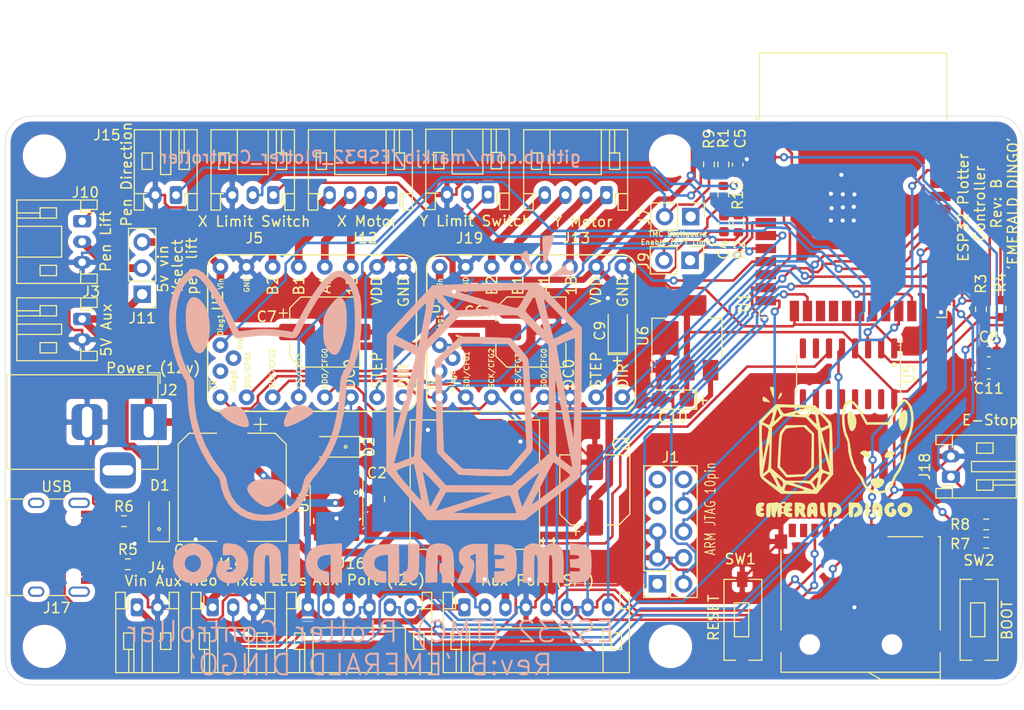
<source format=kicad_pcb>
(kicad_pcb (version 20171130) (host pcbnew "(5.1.10)-1")
  (layers (0 F.Cu signal) (31 B.Cu signal) (34 B.Paste user hide) (35 F.Paste user hide) (36 B.SilkS user) (37 F.SilkS user) (38 B.Mask user hide) (39 F.Mask user hide) (44 Edge.Cuts user))
  (net 0 "")
  (net 1 GND)
  (net 2 +5V)
  (net 3 /Y_Limit)
  (net 4 /X_Limit)
  (net 5 "Net-(D2-Pad1)")
  (net 6 /MOSI)
  (net 7 /SCL)
  (net 8 /SDA)
  (net 9 /MISO)
  (net 10 /SCK)
  (net 11 /CS_SD)
  (net 12 /CS_X)
  (net 13 /CS_Y)
  (net 14 /CS_AUX)
  (net 15 "Net-(J2-Pad3)")
  (net 16 +3V3)
  (net 17 "Net-(J7-Pad2)")
  (net 18 "Net-(J8-Pad1)")
  (net 19 "Net-(J8-Pad8)")
  (net 20 "Net-(J9-Pad2)")
  (net 21 "Net-(J10-Pad2)")
  (net 22 /PEN_LIFT)
  (net 23 "Net-(J12-Pad4)")
  (net 24 "Net-(J12-Pad3)")
  (net 25 "Net-(J12-Pad2)")
  (net 26 "Net-(J12-Pad1)")
  (net 27 "Net-(J13-Pad1)")
  (net 28 "Net-(J13-Pad2)")
  (net 29 "Net-(J13-Pad3)")
  (net 30 "Net-(J13-Pad4)")
  (net 31 /Vin)
  (net 32 "Net-(U1-Pad4)")
  (net 33 /Y_Dir)
  (net 34 /X_Dir)
  (net 35 /Y_Step)
  (net 36 /X_Step)
  (net 37 /StepEn)
  (net 38 "Net-(U1-Pad17)")
  (net 39 "Net-(U1-Pad18)")
  (net 40 "Net-(U1-Pad20)")
  (net 41 "Net-(U1-Pad21)")
  (net 42 "Net-(U1-Pad22)")
  (net 43 "Net-(U2-Pad17)")
  (net 44 "Net-(U3-Pad17)")
  (net 45 "Net-(J1-Pad1)")
  (net 46 /JTAG_TMS)
  (net 47 /NEO_PIXELS_JTAG_TCK)
  (net 48 /PEN_DIR_JTAG_TDO)
  (net 49 "Net-(J1-Pad7)")
  (net 50 /JTAG_TDI)
  (net 51 "Net-(J1-Pad9)")
  (net 52 "Net-(J1-Pad10)")
  (net 53 /EN)
  (net 54 /IO0)
  (net 55 "Net-(U1-Pad5)")
  (net 56 "Net-(U1-Pad19)")
  (net 57 "Net-(U1-Pad32)")
  (net 58 /ESP32_RX)
  (net 59 /ESP32_TX)
  (net 60 "Net-(U5-Pad7)")
  (net 61 "Net-(U5-Pad8)")
  (net 62 "Net-(U5-Pad9)")
  (net 63 "Net-(U5-Pad10)")
  (net 64 "Net-(U5-Pad11)")
  (net 65 "Net-(U5-Pad12)")
  (net 66 "Net-(U5-Pad13)")
  (net 67 "Net-(U5-Pad14)")
  (net 68 "Net-(U5-Pad15)")
  (net 69 "Net-(J5-Pad2)")
  (net 70 "Net-(J19-Pad2)")
  (net 71 "Net-(D1-Pad2)")
  (net 72 "Net-(J17-PadS1)")
  (net 73 "Net-(J17-PadA6)")
  (net 74 "Net-(J17-PadB5)")
  (net 75 "Net-(J17-PadA8)")
  (net 76 "Net-(J17-PadA7)")
  (net 77 "Net-(J17-PadA5)")
  (net 78 "Net-(J17-PadB8)")
  (net 79 "Net-(J8-Pad9)")
  (module custom:emerald_dingo_400 (layer B.Cu) (at 61.9125 97.5995 180)
    (fp_text reference G1 hide)
    (fp_text value LOGO hide)
  )
  (module Package_SO:SO-8_3.9x4.9mm_P1.27mm (layer F.Cu) (at 57.658 106.934 270)
    (fp_text reference U4 (at -0.2794 3.2258 270) (layer F.SilkS))
    (fp_text value XL1509)
    (pad 8 smd roundrect (at 2.575 -1.905 270) (size 1.75 0.6) (layers F.Cu F.Paste F.Mask) (net 1 GND))
    (pad 7 smd roundrect (at 2.575 -0.635 270) (size 1.75 0.6) (layers F.Cu F.Paste F.Mask) (net 1 GND))
    (pad 6 smd roundrect (at 2.575 0.635 270) (size 1.75 0.6) (layers F.Cu F.Paste F.Mask) (net 1 GND))
    (pad 5 smd roundrect (at 2.575 1.905 270) (size 1.75 0.6) (layers F.Cu F.Paste F.Mask) (net 1 GND))
    (pad 4 smd roundrect (at -2.575 1.905 270) (size 1.75 0.6) (layers F.Cu F.Paste F.Mask) (net 1 GND))
    (pad 3 smd roundrect (at -2.575 0.635 270) (size 1.75 0.6) (layers F.Cu F.Paste F.Mask) (net 2 +5V))
    (pad 2 smd roundrect (at -2.575 -0.635 270) (size 1.75 0.6) (layers F.Cu F.Paste F.Mask) (net 5 "Net-(D2-Pad1)"))
    (pad 1 smd roundrect (at -2.575 -1.905 270) (size 1.75 0.6) (layers F.Cu F.Paste F.Mask) (net 31 /Vin))
  )
  (module Diode_SMD:D_SOD-123 (layer F.Cu) (at 40.386 108.204 90)
    (fp_text reference D1 (at 3.2385 0.0635) (layer F.SilkS))
    (fp_text value B5819W)
    (pad 2 smd rect (at 1.65 0 90) (size 0.9 1.2) (layers F.Cu F.Paste F.Mask) (net 71 "Net-(D1-Pad2)"))
    (pad 1 smd rect (at -1.65 0 90) (size 0.9 1.2) (layers F.Cu F.Paste F.Mask) (net 2 +5V))
  )
  (module Diode_SMD:D_SOD-123 (layer F.Cu) (at 57.658 101.219 180)
    (fp_text reference D2 (at -3.175 0 270) (layer F.SilkS))
    (fp_text value B5819W)
    (pad 2 smd rect (at 1.65 0 180) (size 0.9 1.2) (layers F.Cu F.Paste F.Mask) (net 1 GND))
    (pad 1 smd rect (at -1.65 0 180) (size 0.9 1.2) (layers F.Cu F.Paste F.Mask) (net 5 "Net-(D2-Pad1)"))
  )
  (module Capacitor_Tantalum_SMD:CP_EIA-3216-18_Kemet-A (layer F.Cu) (at 85.0392 89.916 90)
    (fp_text reference C9 (at 0 -1.75 90) (layer F.SilkS))
    (fp_text value "22uF 10v")
    (fp_text user + (at -2.921 -0.127 90) (layer F.SilkS))
    (pad 2 smd roundrect (at 1.35 0 90) (size 1.4 1.35) (layers F.Cu F.Paste F.Mask) (roundrect_rratio 0.1851844444444445) (net 1 GND))
    (pad 1 smd roundrect (at -1.35 0 90) (size 1.4 1.35) (layers F.Cu F.Paste F.Mask) (roundrect_rratio 0.1851844444444445) (net 2 +5V))
  )
  (module Capacitor_Tantalum_SMD:CP_EIA-3216-18_Kemet-A (layer F.Cu) (at 90.4075 96.6216 180)
    (fp_text reference C10 (at 0 -1.75 180) (layer F.SilkS))
    (fp_text value "22uF 10v")
    (fp_text user + (at -2.921 0) (layer F.SilkS))
    (pad 2 smd roundrect (at 1.35 0 180) (size 1.4 1.35) (layers F.Cu F.Paste F.Mask) (roundrect_rratio 0.1851844444444445) (net 1 GND))
    (pad 1 smd roundrect (at -1.35 0 180) (size 1.4 1.35) (layers F.Cu F.Paste F.Mask) (roundrect_rratio 0.1851844444444445) (net 16 +3V3))
  )
  (module Package_SO:SOIC-16_3.9x9.9mm_P1.27mm (layer F.Cu) (at 107.506 94.107 270)
    (fp_text reference U5 (at 0 -5.9 270) (layer F.SilkS))
    (fp_text value CH340C)
    (pad 16 smd roundrect (at 2.475 -4.445 270) (size 1.95 0.6) (layers F.Cu F.Paste F.Mask) (net 16 +3V3))
    (pad 15 smd roundrect (at 2.475 -3.175 270) (size 1.95 0.6) (layers F.Cu F.Paste F.Mask) (net 68 "Net-(U5-Pad15)"))
    (pad 14 smd roundrect (at 2.475 -1.905 270) (size 1.95 0.6) (layers F.Cu F.Paste F.Mask) (net 67 "Net-(U5-Pad14)"))
    (pad 13 smd roundrect (at 2.475 -0.635 270) (size 1.95 0.6) (layers F.Cu F.Paste F.Mask) (net 66 "Net-(U5-Pad13)"))
    (pad 12 smd roundrect (at 2.475 0.635 270) (size 1.95 0.6) (layers F.Cu F.Paste F.Mask) (net 65 "Net-(U5-Pad12)"))
    (pad 11 smd roundrect (at 2.475 1.905 270) (size 1.95 0.6) (layers F.Cu F.Paste F.Mask) (net 64 "Net-(U5-Pad11)"))
    (pad 10 smd roundrect (at 2.475 3.175 270) (size 1.95 0.6) (layers F.Cu F.Paste F.Mask) (net 63 "Net-(U5-Pad10)"))
    (pad 9 smd roundrect (at 2.475 4.445 270) (size 1.95 0.6) (layers F.Cu F.Paste F.Mask) (net 62 "Net-(U5-Pad9)"))
    (pad 8 smd roundrect (at -2.475 4.445 270) (size 1.95 0.6) (layers F.Cu F.Paste F.Mask) (net 61 "Net-(U5-Pad8)"))
    (pad 7 smd roundrect (at -2.475 3.175 270) (size 1.95 0.6) (layers F.Cu F.Paste F.Mask) (net 60 "Net-(U5-Pad7)"))
    (pad 6 smd roundrect (at -2.475 1.905 270) (size 1.95 0.6) (layers F.Cu F.Paste F.Mask) (net 76 "Net-(J17-PadA7)"))
    (pad 5 smd roundrect (at -2.475 0.635 270) (size 1.95 0.6) (layers F.Cu F.Paste F.Mask) (net 73 "Net-(J17-PadA6)"))
    (pad 4 smd roundrect (at -2.475 -0.635 270) (size 1.95 0.6) (layers F.Cu F.Paste F.Mask) (net 16 +3V3))
    (pad 3 smd roundrect (at -2.475 -1.905 270) (size 1.95 0.6) (layers F.Cu F.Paste F.Mask) (net 59 /ESP32_TX))
    (pad 2 smd roundrect (at -2.475 -3.175 270) (size 1.95 0.6) (layers F.Cu F.Paste F.Mask) (net 58 /ESP32_RX))
    (pad 1 smd roundrect (at -2.475 -4.445 270) (size 1.95 0.6) (layers F.Cu F.Paste F.Mask) (net 1 GND))
  )
  (module Resistor_SMD:R_0603_1608Metric (layer F.Cu) (at 93.9165 73.723 270)
    (fp_text reference R9 (at -2.476 0 90) (layer F.SilkS))
    (fp_text value 10K)
    (pad 1 smd roundrect (at -0.825 0 270) (size 0.8 0.95) (layers F.Cu F.Paste F.Mask) (net 16 +3V3))
    (pad 2 smd roundrect (at 0.825 0 270) (size 0.8 0.95) (layers F.Cu F.Paste F.Mask) (net 17 "Net-(J7-Pad2)"))
  )
  (module custom:emerald_dingo_150 (layer F.Cu) (at 106.172 101.727)
    (fp_text reference G2 hide)
    (fp_text value LOGO hide)
  )
  (module Connector_JST:JST_PH_S2B-PH-K_1x02_P2.00mm_Horizontal (layer F.Cu) (at 38.227 116.84)
    (fp_text reference J4 (at 1.905 -3.8735 180) (layer F.SilkS))
    (fp_text value "Vin Aux" (at 1.5875 -2.5654) (layer F.SilkS))
    (pad 2 thru_hole oval (at 2 0) (size 1.2 1.75) (drill 0.75) (layers *.Cu *.Mask) (net 1 GND))
    (pad 1 thru_hole roundrect (at 0 0) (size 1.2 1.75) (drill 0.75) (layers *.Cu *.Mask) (roundrect_rratio 0.2083325) (net 31 /Vin))
  )
  (module Connector_JST:JST_PH_S8B-PH-K_1x08_P2.00mm_Horizontal (layer F.Cu) (at 70.104 116.84)
    (fp_text reference J6 (at -1.6002 -2.794 90) (layer F.SilkS))
    (fp_text value "Aux Port (SPI)" (at 7.1755 -2.6162) (layer F.SilkS))
    (pad 8 thru_hole oval (at 14 0) (size 1.2 1.75) (drill 0.75) (layers *.Cu *.Mask) (net 14 /CS_AUX))
    (pad 7 thru_hole oval (at 12 0) (size 1.2 1.75) (drill 0.75) (layers *.Cu *.Mask) (net 10 /SCK))
    (pad 6 thru_hole oval (at 10 0) (size 1.2 1.75) (drill 0.75) (layers *.Cu *.Mask) (net 9 /MISO))
    (pad 5 thru_hole oval (at 8 0) (size 1.2 1.75) (drill 0.75) (layers *.Cu *.Mask) (net 6 /MOSI))
    (pad 4 thru_hole oval (at 6 0) (size 1.2 1.75) (drill 0.75) (layers *.Cu *.Mask) (net 1 GND))
    (pad 3 thru_hole oval (at 4 0) (size 1.2 1.75) (drill 0.75) (layers *.Cu *.Mask) (net 2 +5V))
    (pad 2 thru_hole oval (at 2 0) (size 1.2 1.75) (drill 0.75) (layers *.Cu *.Mask) (net 16 +3V3))
    (pad 1 thru_hole roundrect (at 0 0) (size 1.2 1.75) (drill 0.75) (layers *.Cu *.Mask) (roundrect_rratio 0.2083325) (net 31 /Vin))
  )
  (module Connector_JST:JST_PH_S3B-PH-K_1x03_P2.00mm_Horizontal (layer F.Cu) (at 45.593 116.84)
    (fp_text reference J14 (at 1.651 -4.2545 180) (layer F.SilkS))
    (fp_text value "Neo Pixel LEDs" (at 3.4351 -2.6162) (layer F.SilkS))
    (pad 3 thru_hole oval (at 4 0) (size 1.2 1.75) (drill 0.75) (layers *.Cu *.Mask) (net 1 GND))
    (pad 2 thru_hole oval (at 2 0) (size 1.2 1.75) (drill 0.75) (layers *.Cu *.Mask) (net 47 /NEO_PIXELS_JTAG_TCK))
    (pad 1 thru_hole roundrect (at 0 0) (size 1.2 1.75) (drill 0.75) (layers *.Cu *.Mask) (roundrect_rratio 0.2083325) (net 2 +5V))
  )
  (module Connector_JST:JST_PH_S6B-PH-K_1x06_P2.00mm_Horizontal (layer F.Cu) (at 54.864 116.84)
    (fp_text reference J16 (at 4.2545 -4.2545 180) (layer F.SilkS))
    (fp_text value "Aux Port (I2C)" (at 5.9365 -2.6543) (layer F.SilkS))
    (pad 6 thru_hole oval (at 10 0) (size 1.2 1.75) (drill 0.75) (layers *.Cu *.Mask) (net 8 /SDA))
    (pad 5 thru_hole oval (at 8 0) (size 1.2 1.75) (drill 0.75) (layers *.Cu *.Mask) (net 7 /SCL))
    (pad 4 thru_hole oval (at 6 0) (size 1.2 1.75) (drill 0.75) (layers *.Cu *.Mask) (net 1 GND))
    (pad 3 thru_hole oval (at 4 0) (size 1.2 1.75) (drill 0.75) (layers *.Cu *.Mask) (net 2 +5V))
    (pad 2 thru_hole oval (at 2 0) (size 1.2 1.75) (drill 0.75) (layers *.Cu *.Mask) (net 16 +3V3))
    (pad 1 thru_hole roundrect (at 0 0) (size 1.2 1.75) (drill 0.75) (layers *.Cu *.Mask) (roundrect_rratio 0.2083325) (net 31 /Vin))
  )
  (module Connector_USB:USB_C_Receptacle_HRO_TYPE-C-31-M-12 (layer F.Cu) (at 29.464 110.998 270)
    (fp_text reference J17 (at 5.9055 -0.9525 180) (layer F.SilkS))
    (fp_text value USB_C_Receptacle_USB2.0)
    (pad B1 smd rect (at 3.25 -4.045 270) (size 0.6 1.45) (layers F.Cu F.Paste F.Mask) (net 1 GND))
    (pad A9 smd rect (at 2.45 -4.045 270) (size 0.6 1.45) (layers F.Cu F.Paste F.Mask) (net 71 "Net-(D1-Pad2)"))
    (pad B9 smd rect (at -2.45 -4.045 270) (size 0.6 1.45) (layers F.Cu F.Paste F.Mask) (net 71 "Net-(D1-Pad2)"))
    (pad B12 smd rect (at -3.25 -4.045 270) (size 0.6 1.45) (layers F.Cu F.Paste F.Mask) (net 1 GND))
    (pad A1 smd rect (at -3.25 -4.045 270) (size 0.6 1.45) (layers F.Cu F.Paste F.Mask) (net 1 GND))
    (pad A4 smd rect (at -2.45 -4.045 270) (size 0.6 1.45) (layers F.Cu F.Paste F.Mask) (net 71 "Net-(D1-Pad2)"))
    (pad B4 smd rect (at 2.45 -4.045 270) (size 0.6 1.45) (layers F.Cu F.Paste F.Mask) (net 71 "Net-(D1-Pad2)"))
    (pad A12 smd rect (at 3.25 -4.045 270) (size 0.6 1.45) (layers F.Cu F.Paste F.Mask) (net 1 GND))
    (pad B8 smd rect (at -1.75 -4.045 270) (size 0.3 1.45) (layers F.Cu F.Paste F.Mask) (net 78 "Net-(J17-PadB8)"))
    (pad A5 smd rect (at -1.25 -4.045 270) (size 0.3 1.45) (layers F.Cu F.Paste F.Mask) (net 77 "Net-(J17-PadA5)"))
    (pad B7 smd rect (at -0.75 -4.045 270) (size 0.3 1.45) (layers F.Cu F.Paste F.Mask) (net 76 "Net-(J17-PadA7)"))
    (pad A7 smd rect (at 0.25 -4.045 270) (size 0.3 1.45) (layers F.Cu F.Paste F.Mask) (net 76 "Net-(J17-PadA7)"))
    (pad B6 smd rect (at 0.75 -4.045 270) (size 0.3 1.45) (layers F.Cu F.Paste F.Mask) (net 73 "Net-(J17-PadA6)"))
    (pad A8 smd rect (at 1.25 -4.045 270) (size 0.3 1.45) (layers F.Cu F.Paste F.Mask) (net 75 "Net-(J17-PadA8)"))
    (pad B5 smd rect (at 1.75 -4.045 270) (size 0.3 1.45) (layers F.Cu F.Paste F.Mask) (net 74 "Net-(J17-PadB5)"))
    (pad A6 smd rect (at -0.25 -4.045 270) (size 0.3 1.45) (layers F.Cu F.Paste F.Mask) (net 73 "Net-(J17-PadA6)"))
    (pad S1 thru_hole oval (at 4.32 -3.13 270) (size 1 2.1) (drill oval 0.6 1.7) (layers *.Cu *.Mask) (net 72 "Net-(J17-PadS1)"))
    (pad S1 thru_hole oval (at -4.32 -3.13 270) (size 1 2.1) (drill oval 0.6 1.7) (layers *.Cu *.Mask) (net 72 "Net-(J17-PadS1)"))
    (pad "" np_thru_hole circle (at -2.89 -2.6 270) (size 0.65 0.65) (drill 0.65) (layers *.Cu *.Mask))
    (pad S1 thru_hole oval (at -4.32 1.05 270) (size 1 1.6) (drill oval 0.6 1.2) (layers *.Cu *.Mask) (net 72 "Net-(J17-PadS1)"))
    (pad "" np_thru_hole circle (at 2.89 -2.6 270) (size 0.65 0.65) (drill 0.65) (layers *.Cu *.Mask))
    (pad S1 thru_hole oval (at 4.32 1.05 270) (size 1 1.6) (drill oval 0.6 1.2) (layers *.Cu *.Mask) (net 72 "Net-(J17-PadS1)"))
  )
  (module Connector_BarrelJack:BarrelJack_Horizontal (layer F.Cu) (at 39.37 98.806)
    (fp_text reference J2 (at 1.9685 -3.1115) (layer F.SilkS))
    (fp_text value "Power (12v)" (at 0.4445 -5.2705) (layer F.SilkS))
    (pad 3 thru_hole roundrect (at -3 4.7) (size 3.5 3.5) (drill oval 3 1) (layers *.Cu *.Mask) (net 15 "Net-(J2-Pad3)"))
    (pad 2 thru_hole roundrect (at -6 0) (size 3 3.5) (drill oval 1 3) (layers *.Cu *.Mask) (net 1 GND))
    (pad 1 thru_hole rect (at 0 0) (size 3.5 3.5) (drill oval 1 3) (layers *.Cu *.Mask) (net 31 /Vin))
  )
  (module Connector_JST:JST_PH_S3B-PH-K_1x03_P2.00mm_Horizontal (layer F.Cu) (at 72.4088 76.6572 180)
    (fp_text reference J19 (at 1.7968 -4.2418) (layer F.SilkS))
    (fp_text value "Y Limit Switch" (at 1.2507 -2.5781) (layer F.SilkS))
    (pad 3 thru_hole oval (at 4 0 180) (size 1.2 1.75) (drill 0.75) (layers *.Cu *.Mask) (net 1 GND))
    (pad 2 thru_hole oval (at 2 0 180) (size 1.2 1.75) (drill 0.75) (layers *.Cu *.Mask) (net 70 "Net-(J19-Pad2)"))
    (pad 1 thru_hole roundrect (at 0 0 180) (size 1.2 1.75) (drill 0.75) (layers *.Cu *.Mask) (roundrect_rratio 0.2083325) (net 16 +3V3))
  )
  (module Connector_JST:JST_PH_S3B-PH-K_1x03_P2.00mm_Horizontal (layer F.Cu) (at 51.4985 76.708 180)
    (fp_text reference J5 (at 1.8415 -4.191) (layer F.SilkS))
    (fp_text value "X Limit Switch" (at 1.8669 -2.5654) (layer F.SilkS))
    (pad 3 thru_hole oval (at 4 0 180) (size 1.2 1.75) (drill 0.75) (layers *.Cu *.Mask) (net 1 GND))
    (pad 2 thru_hole oval (at 2 0 180) (size 1.2 1.75) (drill 0.75) (layers *.Cu *.Mask) (net 69 "Net-(J5-Pad2)"))
    (pad 1 thru_hole roundrect (at 0 0 180) (size 1.2 1.75) (drill 0.75) (layers *.Cu *.Mask) (roundrect_rratio 0.2083325) (net 16 +3V3))
  )
  (module Connector_JST:JST_PH_S4B-PH-K_1x04_P2.00mm_Horizontal (layer F.Cu) (at 62.9793 76.708 180)
    (fp_text reference J12 (at 2.6543 -4.191) (layer F.SilkS))
    (fp_text value "X Motor" (at 2.3495 -2.5527) (layer F.SilkS))
    (pad 4 thru_hole oval (at 6 0 180) (size 1.2 1.75) (drill 0.75) (layers *.Cu *.Mask) (net 23 "Net-(J12-Pad4)"))
    (pad 3 thru_hole oval (at 4 0 180) (size 1.2 1.75) (drill 0.75) (layers *.Cu *.Mask) (net 24 "Net-(J12-Pad3)"))
    (pad 2 thru_hole oval (at 2 0 180) (size 1.2 1.75) (drill 0.75) (layers *.Cu *.Mask) (net 25 "Net-(J12-Pad2)"))
    (pad 1 thru_hole roundrect (at 0 0 180) (size 1.2 1.75) (drill 0.75) (layers *.Cu *.Mask) (roundrect_rratio 0.2083325) (net 26 "Net-(J12-Pad1)"))
  )
  (module Connector_JST:JST_PH_S4B-PH-K_1x04_P2.00mm_Horizontal (layer F.Cu) (at 83.9343 76.708 180)
    (fp_text reference J13 (at 2.9083 -4.191) (layer F.SilkS))
    (fp_text value "Y Motor" (at 2.286 -2.5908) (layer F.SilkS))
    (pad 4 thru_hole oval (at 6 0 180) (size 1.2 1.75) (drill 0.75) (layers *.Cu *.Mask) (net 30 "Net-(J13-Pad4)"))
    (pad 3 thru_hole oval (at 4 0 180) (size 1.2 1.75) (drill 0.75) (layers *.Cu *.Mask) (net 29 "Net-(J13-Pad3)"))
    (pad 2 thru_hole oval (at 2 0 180) (size 1.2 1.75) (drill 0.75) (layers *.Cu *.Mask) (net 28 "Net-(J13-Pad2)"))
    (pad 1 thru_hole roundrect (at 0 0 180) (size 1.2 1.75) (drill 0.75) (layers *.Cu *.Mask) (roundrect_rratio 0.2083325) (net 27 "Net-(J13-Pad1)"))
  )
  (module Connector_JST:JST_PH_S2B-PH-K_1x02_P2.00mm_Horizontal (layer F.Cu) (at 42.0243 76.708 180)
    (fp_text reference J15 (at 6.7183 5.842) (layer F.SilkS))
    (fp_text value "Pen Direction" (at 4.8133 2.032 90) (layer F.SilkS))
    (pad 2 thru_hole oval (at 2 0 180) (size 1.2 1.75) (drill 0.75) (layers *.Cu *.Mask) (net 1 GND))
    (pad 1 thru_hole roundrect (at 0 0 180) (size 1.2 1.75) (drill 0.75) (layers *.Cu *.Mask) (roundrect_rratio 0.2083325) (net 48 /PEN_DIR_JTAG_TDO))
  )
  (module RF_Module:ESP32-WROOM-32 (layer F.Cu) (at 107.95 78.74)
    (fp_text reference U1 (at -10.61 8.43 90) (layer F.SilkS))
    (fp_text value ESP32-WROOM-32D)
    (pad 38 smd rect (at 8.5 -8.255) (size 2 0.9) (layers F.Cu F.Paste F.Mask) (net 1 GND))
    (pad 37 smd rect (at 8.5 -6.985) (size 2 0.9) (layers F.Cu F.Paste F.Mask) (net 6 /MOSI))
    (pad 36 smd rect (at 8.5 -5.715) (size 2 0.9) (layers F.Cu F.Paste F.Mask) (net 7 /SCL))
    (pad 35 smd rect (at 8.5 -4.445) (size 2 0.9) (layers F.Cu F.Paste F.Mask) (net 59 /ESP32_TX))
    (pad 34 smd rect (at 8.5 -3.175) (size 2 0.9) (layers F.Cu F.Paste F.Mask) (net 58 /ESP32_RX))
    (pad 33 smd rect (at 8.5 -1.905) (size 2 0.9) (layers F.Cu F.Paste F.Mask) (net 8 /SDA))
    (pad 32 smd rect (at 8.5 -0.635) (size 2 0.9) (layers F.Cu F.Paste F.Mask) (net 57 "Net-(U1-Pad32)"))
    (pad 31 smd rect (at 8.5 0.635) (size 2 0.9) (layers F.Cu F.Paste F.Mask) (net 9 /MISO))
    (pad 30 smd rect (at 8.5 1.905) (size 2 0.9) (layers F.Cu F.Paste F.Mask) (net 10 /SCK))
    (pad 29 smd rect (at 8.5 3.175) (size 2 0.9) (layers F.Cu F.Paste F.Mask) (net 11 /CS_SD))
    (pad 28 smd rect (at 8.5 4.445) (size 2 0.9) (layers F.Cu F.Paste F.Mask) (net 12 /CS_X))
    (pad 27 smd rect (at 8.5 5.715) (size 2 0.9) (layers F.Cu F.Paste F.Mask) (net 13 /CS_Y))
    (pad 26 smd rect (at 8.5 6.985) (size 2 0.9) (layers F.Cu F.Paste F.Mask) (net 14 /CS_AUX))
    (pad 25 smd rect (at 8.5 8.255) (size 2 0.9) (layers F.Cu F.Paste F.Mask) (net 54 /IO0))
    (pad 24 smd rect (at 5.715 9.255 90) (size 2 0.9) (layers F.Cu F.Paste F.Mask) (net 37 /StepEn))
    (pad 23 smd rect (at 4.445 9.255 90) (size 2 0.9) (layers F.Cu F.Paste F.Mask) (net 48 /PEN_DIR_JTAG_TDO))
    (pad 22 smd rect (at 3.175 9.255 90) (size 2 0.9) (layers F.Cu F.Paste F.Mask) (net 42 "Net-(U1-Pad22)"))
    (pad 21 smd rect (at 1.905 9.255 90) (size 2 0.9) (layers F.Cu F.Paste F.Mask) (net 41 "Net-(U1-Pad21)"))
    (pad 20 smd rect (at 0.635 9.255 90) (size 2 0.9) (layers F.Cu F.Paste F.Mask) (net 40 "Net-(U1-Pad20)"))
    (pad 19 smd rect (at -0.635 9.255 90) (size 2 0.9) (layers F.Cu F.Paste F.Mask) (net 56 "Net-(U1-Pad19)"))
    (pad 18 smd rect (at -1.905 9.255 90) (size 2 0.9) (layers F.Cu F.Paste F.Mask) (net 39 "Net-(U1-Pad18)"))
    (pad 17 smd rect (at -3.175 9.255 90) (size 2 0.9) (layers F.Cu F.Paste F.Mask) (net 38 "Net-(U1-Pad17)"))
    (pad 16 smd rect (at -4.445 9.255 90) (size 2 0.9) (layers F.Cu F.Paste F.Mask) (net 47 /NEO_PIXELS_JTAG_TCK))
    (pad 15 smd rect (at -5.715 9.255 90) (size 2 0.9) (layers F.Cu F.Paste F.Mask) (net 1 GND))
    (pad 14 smd rect (at -8.5 8.255) (size 2 0.9) (layers F.Cu F.Paste F.Mask) (net 50 /JTAG_TDI))
    (pad 13 smd rect (at -8.5 6.985) (size 2 0.9) (layers F.Cu F.Paste F.Mask) (net 46 /JTAG_TMS))
    (pad 12 smd rect (at -8.5 5.715) (size 2 0.9) (layers F.Cu F.Paste F.Mask) (net 22 /PEN_LIFT))
    (pad 11 smd rect (at -8.5 4.445) (size 2 0.9) (layers F.Cu F.Paste F.Mask) (net 34 /X_Dir))
    (pad 10 smd rect (at -8.5 3.175) (size 2 0.9) (layers F.Cu F.Paste F.Mask) (net 36 /X_Step))
    (pad 9 smd rect (at -8.5 1.905) (size 2 0.9) (layers F.Cu F.Paste F.Mask) (net 33 /Y_Dir))
    (pad 8 smd rect (at -8.5 0.635) (size 2 0.9) (layers F.Cu F.Paste F.Mask) (net 35 /Y_Step))
    (pad 7 smd rect (at -8.5 -0.635) (size 2 0.9) (layers F.Cu F.Paste F.Mask) (net 3 /Y_Limit))
    (pad 6 smd rect (at -8.5 -1.905) (size 2 0.9) (layers F.Cu F.Paste F.Mask) (net 4 /X_Limit))
    (pad 5 smd rect (at -8.5 -3.175) (size 2 0.9) (layers F.Cu F.Paste F.Mask) (net 55 "Net-(U1-Pad5)"))
    (pad 4 smd rect (at -8.5 -4.445) (size 2 0.9) (layers F.Cu F.Paste F.Mask) (net 32 "Net-(U1-Pad4)"))
    (pad 3 smd rect (at -8.5 -5.715) (size 2 0.9) (layers F.Cu F.Paste F.Mask) (net 53 /EN))
    (pad 2 smd rect (at -8.5 -6.985) (size 2 0.9) (layers F.Cu F.Paste F.Mask) (net 16 +3V3))
    (pad 1 smd rect (at -8.5 -8.255) (size 2 0.9) (layers F.Cu F.Paste F.Mask) (net 1 GND))
    (pad 39 smd rect (at -1 -0.755) (size 5 5) (layers F.Cu F.Paste F.Mask) (net 1 GND))
  )
  (module custom:StepstickTMCv2 (layer F.Cu) (at 67.691 96.393 90)
    (fp_text reference U3 (at 9.0805 -0.4445 270) (layer F.SilkS))
    (fp_text value TMC2130)
    (fp_text user Vref (at 5.3848 1.905 270) (layer F.SilkS) (effects (font (size 0.5 0.5) (thickness 0.1))))
    (fp_text user Diag1 (at 7.0612 0 270) (layer F.SilkS) (effects (font (size 0.5 0.5) (thickness 0.1))))
    (fp_text user Diag0 (at 1.6002 1.27 270) (layer F.SilkS) (effects (font (size 0.5 0.5) (thickness 0.1))))
    (fp_text user GND (at 10.287 17.8308 270) (layer F.SilkS))
    (fp_text user VDD (at 10.3632 15.2146 270) (layer F.SilkS))
    (fp_text user 1B (at 10.8966 12.827 270) (layer F.SilkS))
    (fp_text user A1 (at 10.9728 10.2108 270) (layer F.SilkS))
    (fp_text user B1 (at 10.8966 7.6454 270) (layer F.SilkS))
    (fp_text user B2 (at 10.8966 5.1054 270) (layer F.SilkS))
    (fp_text user GND (at 10.9728 2.5654 270) (layer F.SilkS) (effects (font (size 0.5 0.5) (thickness 0.1))))
    (fp_text user Vin (at 11.049 0.0254 270) (layer F.SilkS) (effects (font (size 0.5 0.5) (thickness 0.1))))
    (fp_text user ~EN (at 1.2192 -0.635 270) (layer F.SilkS) (effects (font (size 0.5 0.5) (thickness 0.1))))
    (fp_text user SDI/CFG1 (at 2.667 2.6416 270) (layer F.SilkS) (effects (font (size 0.5 0.5) (thickness 0.1))))
    (fp_text user SCK/CFG2 (at 2.8194 5.0546 90) (layer F.SilkS) (effects (font (size 0.5 0.5) (thickness 0.1))))
    (fp_text user CS/CFG3 (at 2.5654 7.6454 270) (layer F.SilkS) (effects (font (size 0.5 0.5) (thickness 0.1))))
    (fp_text user SDO/CFG0 (at 2.794 10.16 270) (layer F.SilkS) (effects (font (size 0.5 0.5) (thickness 0.1))))
    (fp_text user DC0 (at 2.286 12.573 270) (layer F.SilkS))
    (fp_text user STEP (at 2.6416 15.24 270) (layer F.SilkS))
    (fp_text user DIR (at 2.0828 17.8308 270) (layer F.SilkS))
    (pad 19 thru_hole circle (at 3.81 1.27 270) (size 1.524 1.524) (drill 0.762) (layers *.Cu *.Mask))
    (pad 18 thru_hole circle (at 5.08 0 270) (size 1.524 1.524) (drill 0.762) (layers *.Cu *.Mask) (net 20 "Net-(J9-Pad2)"))
    (pad 17 thru_hole circle (at 2.54 0 270) (size 1.524 1.524) (drill 0.762) (layers *.Cu *.Mask) (net 44 "Net-(U3-Pad17)"))
    (pad 8 thru_hole circle (at 0 17.78 270) (size 1.524 1.524) (drill 0.762) (layers *.Cu *.Mask) (net 33 /Y_Dir))
    (pad 7 thru_hole circle (at 0 15.24 270) (size 1.524 1.524) (drill 0.762) (layers *.Cu *.Mask) (net 35 /Y_Step))
    (pad 6 thru_hole circle (at 0 12.7 270) (size 1.524 1.524) (drill 0.762) (layers *.Cu *.Mask) (net 1 GND))
    (pad 5 thru_hole circle (at 0 10.16 270) (size 1.524 1.524) (drill 0.762) (layers *.Cu *.Mask) (net 9 /MISO))
    (pad 4 thru_hole circle (at 0 7.62 270) (size 1.524 1.524) (drill 0.762) (layers *.Cu *.Mask) (net 13 /CS_Y))
    (pad 3 thru_hole circle (at 0 5.08 270) (size 1.524 1.524) (drill 0.762) (layers *.Cu *.Mask) (net 10 /SCK))
    (pad 2 thru_hole circle (at 0 2.54 270) (size 1.524 1.524) (drill 0.762) (layers *.Cu *.Mask) (net 6 /MOSI))
    (pad 1 thru_hole circle (at 0 0 270) (size 1.524 1.524) (drill 0.762) (layers *.Cu *.Mask) (net 37 /StepEn))
    (pad 16 thru_hole circle (at 12.7 0 270) (size 1.524 1.524) (drill 0.762) (layers *.Cu *.Mask) (net 31 /Vin))
    (pad 15 thru_hole circle (at 12.7 2.54 270) (size 1.524 1.524) (drill 0.762) (layers *.Cu *.Mask) (net 1 GND))
    (pad 14 thru_hole circle (at 12.7 5.08 270) (size 1.524 1.524) (drill 0.762) (layers *.Cu *.Mask) (net 30 "Net-(J13-Pad4)"))
    (pad 13 thru_hole circle (at 12.7 7.62 270) (size 1.524 1.524) (drill 0.762) (layers *.Cu *.Mask) (net 29 "Net-(J13-Pad3)"))
    (pad 12 thru_hole circle (at 12.7 10.16 270) (size 1.524 1.524) (drill 0.762) (layers *.Cu *.Mask) (net 28 "Net-(J13-Pad2)"))
    (pad 11 thru_hole circle (at 12.7 12.7 270) (size 1.524 1.524) (drill 0.762) (layers *.Cu *.Mask) (net 27 "Net-(J13-Pad1)"))
    (pad 10 thru_hole circle (at 12.7 15.24 270) (size 1.524 1.524) (drill 0.762) (layers *.Cu *.Mask) (net 16 +3V3))
    (pad 9 thru_hole circle (at 12.7 17.78 270) (size 1.524 1.524) (drill 0.762) (layers *.Cu *.Mask) (net 1 GND))
  )
  (module custom:StepstickTMCv2 (layer F.Cu) (at 46.355 96.393 90)
    (fp_text reference U2 (at 9.398 -0.254 270) (layer F.SilkS))
    (fp_text value TMC2130)
    (fp_text user Vref (at 5.3848 1.905 270) (layer F.SilkS) (effects (font (size 0.5 0.5) (thickness 0.1))))
    (fp_text user Diag1 (at 7.0612 0 270) (layer F.SilkS) (effects (font (size 0.5 0.5) (thickness 0.1))))
    (fp_text user Diag0 (at 1.6002 1.27 270) (layer F.SilkS) (effects (font (size 0.5 0.5) (thickness 0.1))))
    (fp_text user GND (at 10.287 17.8308 270) (layer F.SilkS))
    (fp_text user VDD (at 10.3632 15.2146 270) (layer F.SilkS))
    (fp_text user 1B (at 10.8966 12.827 270) (layer F.SilkS))
    (fp_text user A1 (at 10.9728 10.2108 270) (layer F.SilkS))
    (fp_text user B1 (at 10.8966 7.6454 270) (layer F.SilkS))
    (fp_text user B2 (at 10.8966 5.1054 270) (layer F.SilkS))
    (fp_text user GND (at 10.9728 2.5654 270) (layer F.SilkS) (effects (font (size 0.5 0.5) (thickness 0.1))))
    (fp_text user Vin (at 11.049 0.0254 270) (layer F.SilkS) (effects (font (size 0.5 0.5) (thickness 0.1))))
    (fp_text user ~EN (at 1.2192 -0.635 270) (layer F.SilkS) (effects (font (size 0.5 0.5) (thickness 0.1))))
    (fp_text user SDI/CFG1 (at 2.667 2.6416 270) (layer F.SilkS) (effects (font (size 0.5 0.5) (thickness 0.1))))
    (fp_text user SCK/CFG2 (at 2.8194 5.0546 90) (layer F.SilkS) (effects (font (size 0.5 0.5) (thickness 0.1))))
    (fp_text user CS/CFG3 (at 2.5654 7.6454 270) (layer F.SilkS) (effects (font (size 0.5 0.5) (thickness 0.1))))
    (fp_text user SDO/CFG0 (at 2.794 10.16 270) (layer F.SilkS) (effects (font (size 0.5 0.5) (thickness 0.1))))
    (fp_text user DC0 (at 2.286 12.573 270) (layer F.SilkS))
    (fp_text user STEP (at 2.6416 15.24 270) (layer F.SilkS))
    (fp_text user DIR (at 2.0828 17.8308 270) (layer F.SilkS))
    (pad 19 thru_hole circle (at 3.81 1.27 270) (size 1.524 1.524) (drill 0.762) (layers *.Cu *.Mask))
    (pad 18 thru_hole circle (at 5.08 0 270) (size 1.524 1.524) (drill 0.762) (layers *.Cu *.Mask) (net 17 "Net-(J7-Pad2)"))
    (pad 17 thru_hole circle (at 2.54 0 270) (size 1.524 1.524) (drill 0.762) (layers *.Cu *.Mask) (net 43 "Net-(U2-Pad17)"))
    (pad 8 thru_hole circle (at 0 17.78 270) (size 1.524 1.524) (drill 0.762) (layers *.Cu *.Mask) (net 34 /X_Dir))
    (pad 7 thru_hole circle (at 0 15.24 270) (size 1.524 1.524) (drill 0.762) (layers *.Cu *.Mask) (net 36 /X_Step))
    (pad 6 thru_hole circle (at 0 12.7 270) (size 1.524 1.524) (drill 0.762) (layers *.Cu *.Mask) (net 1 GND))
    (pad 5 thru_hole circle (at 0 10.16 270) (size 1.524 1.524) (drill 0.762) (layers *.Cu *.Mask) (net 9 /MISO))
    (pad 4 thru_hole circle (at 0 7.62 270) (size 1.524 1.524) (drill 0.762) (layers *.Cu *.Mask) (net 12 /CS_X))
    (pad 3 thru_hole circle (at 0 5.08 270) (size 1.524 1.524) (drill 0.762) (layers *.Cu *.Mask) (net 10 /SCK))
    (pad 2 thru_hole circle (at 0 2.54 270) (size 1.524 1.524) (drill 0.762) (layers *.Cu *.Mask) (net 6 /MOSI))
    (pad 1 thru_hole circle (at 0 0 270) (size 1.524 1.524) (drill 0.762) (layers *.Cu *.Mask) (net 37 /StepEn))
    (pad 16 thru_hole circle (at 12.7 0 270) (size 1.524 1.524) (drill 0.762) (layers *.Cu *.Mask) (net 31 /Vin))
    (pad 15 thru_hole circle (at 12.7 2.54 270) (size 1.524 1.524) (drill 0.762) (layers *.Cu *.Mask) (net 1 GND))
    (pad 14 thru_hole circle (at 12.7 5.08 270) (size 1.524 1.524) (drill 0.762) (layers *.Cu *.Mask) (net 23 "Net-(J12-Pad4)"))
    (pad 13 thru_hole circle (at 12.7 7.62 270) (size 1.524 1.524) (drill 0.762) (layers *.Cu *.Mask) (net 24 "Net-(J12-Pad3)"))
    (pad 12 thru_hole circle (at 12.7 10.16 270) (size 1.524 1.524) (drill 0.762) (layers *.Cu *.Mask) (net 25 "Net-(J12-Pad2)"))
    (pad 11 thru_hole circle (at 12.7 12.7 270) (size 1.524 1.524) (drill 0.762) (layers *.Cu *.Mask) (net 26 "Net-(J12-Pad1)"))
    (pad 10 thru_hole circle (at 12.7 15.24 270) (size 1.524 1.524) (drill 0.762) (layers *.Cu *.Mask) (net 16 +3V3))
    (pad 9 thru_hole circle (at 12.7 17.78 270) (size 1.524 1.524) (drill 0.762) (layers *.Cu *.Mask) (net 1 GND))
  )
  (module MountingHole:MountingHole_3.2mm_M3 (layer F.Cu) (at 90.17 72.898)
    (fp_text reference H2 hide)
    (fp_text value MountingHole_3.2mm_M3)
    (pad 1 np_thru_hole circle (at 0 0) (size 3.2 3.2) (drill 3.2) (layers *.Cu *.Mask))
  )
  (module MountingHole:MountingHole_3.2mm_M3 (layer F.Cu) (at 29.21 72.898)
    (fp_text reference H1 hide)
    (fp_text value MountingHole_3.2mm_M3)
    (pad 1 np_thru_hole circle (at 0 0) (size 3.2 3.2) (drill 3.2) (layers *.Cu *.Mask))
  )
  (module MountingHole:MountingHole_3.2mm_M3 (layer F.Cu) (at 90.17 120.65)
    (fp_text reference H3 hide)
    (fp_text value MountingHole_3.2mm_M3)
    (pad 1 np_thru_hole circle (at 0 0) (size 3.2 3.2) (drill 3.2) (layers *.Cu *.Mask))
  )
  (module MountingHole:MountingHole_3.2mm_M3 (layer F.Cu) (at 29.21 120.65)
    (fp_text reference H4 hide)
    (fp_text value MountingHole_3.2mm_M3)
    (pad 1 np_thru_hole circle (at 0 0) (size 3.2 3.2) (drill 3.2) (layers *.Cu *.Mask))
  )
  (module Capacitor_SMD:CP_Elec_10x10 (layer F.Cu) (at 47.498 105.156 270)
    (fp_text reference C1 (at 6.096 4.699 180) (layer F.SilkS))
    (fp_text value "470uF 35v")
    (pad 2 smd roundrect (at 4 0 270) (size 4 2.5) (layers F.Cu F.Paste F.Mask) (roundrect_rratio 0.1) (net 1 GND))
    (pad 1 smd roundrect (at -4 0 270) (size 4 2.5) (layers F.Cu F.Paste F.Mask) (roundrect_rratio 0.1) (net 31 /Vin))
  )
  (module Capacitor_SMD:C_0805_2012Metric (layer F.Cu) (at 61.595 106.299 270)
    (fp_text reference C2 (at -2.54 0 180) (layer F.SilkS))
    (fp_text value 1uF)
    (pad 2 smd roundrect (at 0.95 0 270) (size 1 1.45) (layers F.Cu F.Paste F.Mask) (net 1 GND))
    (pad 1 smd roundrect (at -0.95 0 270) (size 1 1.45) (layers F.Cu F.Paste F.Mask) (net 31 /Vin))
  )
  (module Capacitor_SMD:CP_Elec_6.3x7.7 (layer F.Cu) (at 82.804 105.41 90)
    (fp_text reference C3 (at 4.445 2.54 180) (layer F.SilkS))
    (fp_text value "180uF 35v")
    (pad 2 smd roundrect (at 2.7 0 90) (size 3.5 1.6) (layers F.Cu F.Paste F.Mask) (roundrect_rratio 0.15625) (net 1 GND))
    (pad 1 smd roundrect (at -2.7 0 90) (size 3.5 1.6) (layers F.Cu F.Paste F.Mask) (roundrect_rratio 0.15625) (net 2 +5V))
  )
  (module Capacitor_SMD:CP_Elec_6.3x5.7 (layer F.Cu) (at 76.581 90.043)
    (fp_text reference C6 (at -5.5372 -1.9939) (layer F.SilkS))
    (fp_text value "47uF 35V")
    (pad 2 smd roundrect (at 2.7 0) (size 3.5 1.6) (layers F.Cu F.Paste F.Mask) (roundrect_rratio 0.15625) (net 1 GND))
    (pad 1 smd roundrect (at -2.7 0) (size 3.5 1.6) (layers F.Cu F.Paste F.Mask) (roundrect_rratio 0.15625) (net 31 /Vin))
  )
  (module Capacitor_SMD:CP_Elec_6.3x5.7 (layer F.Cu) (at 56.515 90.043)
    (fp_text reference C7 (at -5.6642 -1.4986) (layer F.SilkS))
    (fp_text value "47uF 35V")
    (pad 2 smd roundrect (at 2.7 0) (size 3.5 1.6) (layers F.Cu F.Paste F.Mask) (roundrect_rratio 0.15625) (net 1 GND))
    (pad 1 smd roundrect (at -2.7 0) (size 3.5 1.6) (layers F.Cu F.Paste F.Mask) (roundrect_rratio 0.15625) (net 31 /Vin))
  )
  (module Connector_PinHeader_2.54mm:PinHeader_1x02_P2.54mm_Vertical (layer F.Cu) (at 92.1385 78.8035 270)
    (fp_text reference J7 (at 0 4.5085 90) (layer F.SilkS))
    (fp_text value "X Limit")
    (pad 2 thru_hole oval (at 0 2.54 270) (size 1.7 1.7) (drill 1) (layers *.Cu *.Mask) (net 17 "Net-(J7-Pad2)"))
    (pad 1 thru_hole rect (at 0 0 270) (size 1.7 1.7) (drill 1) (layers *.Cu *.Mask) (net 4 /X_Limit))
  )
  (module Connector_PinHeader_2.54mm:PinHeader_1x02_P2.54mm_Vertical (layer F.Cu) (at 92.075 83.058 270)
    (fp_text reference J9 (at 0.0635 4.5085 90) (layer F.SilkS))
    (fp_text value "Y Limit")
    (pad 2 thru_hole oval (at 0 2.54 270) (size 1.7 1.7) (drill 1) (layers *.Cu *.Mask) (net 20 "Net-(J9-Pad2)"))
    (pad 1 thru_hole rect (at 0 0 270) (size 1.7 1.7) (drill 1) (layers *.Cu *.Mask) (net 3 /Y_Limit))
  )
  (module Connector_PinHeader_2.54mm:PinHeader_1x03_P2.54mm_Vertical (layer F.Cu) (at 38.735 86.36 180)
    (fp_text reference J11 (at 0 -2.33) (layer F.SilkS))
    (fp_text value Vselect (at -3.429 2.667 270) (layer F.SilkS))
    (pad 3 thru_hole oval (at 0 5.08 180) (size 1.7 1.7) (drill 1) (layers *.Cu *.Mask) (net 31 /Vin))
    (pad 2 thru_hole oval (at 0 2.54 180) (size 1.7 1.7) (drill 1) (layers *.Cu *.Mask) (net 21 "Net-(J10-Pad2)"))
    (pad 1 thru_hole rect (at 0 0 180) (size 1.7 1.7) (drill 1) (layers *.Cu *.Mask) (net 2 +5V))
  )
  (module Inductor_SMD:L_12x12mm_H6mm (layer F.Cu) (at 71.12 104.902 270)
    (fp_text reference L1 (at 5.715 -7.3025 180) (layer F.SilkS))
    (fp_text value 68uH)
    (pad 2 smd rect (at 4.95 0 270) (size 2.9 5.4) (layers F.Cu F.Paste F.Mask) (net 2 +5V))
    (pad 1 smd rect (at -4.95 0 270) (size 2.9 5.4) (layers F.Cu F.Paste F.Mask) (net 5 "Net-(D2-Pad1)"))
  )
  (module Resistor_SMD:R_0603_1608Metric (layer F.Cu) (at 95.3135 73.723 90)
    (fp_text reference R1 (at 2.54 0 90) (layer F.SilkS))
    (fp_text value 100)
    (pad 2 smd roundrect (at 0.825 0 90) (size 0.8 0.95) (layers F.Cu F.Paste F.Mask) (net 69 "Net-(J5-Pad2)"))
    (pad 1 smd roundrect (at -0.825 0 90) (size 0.8 0.95) (layers F.Cu F.Paste F.Mask) (net 4 /X_Limit))
  )
  (module Resistor_SMD:R_0603_1608Metric (layer F.Cu) (at 96.774 79.502 270)
    (fp_text reference R2 (at 2.54 -0.127 90) (layer F.SilkS))
    (fp_text value 100)
    (pad 2 smd roundrect (at 0.825 0 270) (size 0.8 0.95) (layers F.Cu F.Paste F.Mask) (net 70 "Net-(J19-Pad2)"))
    (pad 1 smd roundrect (at -0.825 0 270) (size 0.8 0.95) (layers F.Cu F.Paste F.Mask) (net 3 /Y_Limit))
  )
  (module Resistor_SMD:R_0603_1608Metric (layer F.Cu) (at 120.396 87.82 90)
    (fp_text reference R3 (at 2.477 0 90) (layer F.SilkS))
    (fp_text value 10K)
    (pad 2 smd roundrect (at 0.825 0 90) (size 0.8 0.95) (layers F.Cu F.Paste F.Mask) (net 8 /SDA))
    (pad 1 smd roundrect (at -0.825 0 90) (size 0.8 0.95) (layers F.Cu F.Paste F.Mask) (net 16 +3V3))
  )
  (module Resistor_SMD:R_0603_1608Metric (layer F.Cu) (at 122.301 87.757 90)
    (fp_text reference R4 (at 2.54 0 90) (layer F.SilkS))
    (fp_text value 10K)
    (pad 2 smd roundrect (at 0.825 0 90) (size 0.8 0.95) (layers F.Cu F.Paste F.Mask) (net 7 /SCL))
    (pad 1 smd roundrect (at -0.825 0 90) (size 0.8 0.95) (layers F.Cu F.Paste F.Mask) (net 16 +3V3))
  )
  (module Capacitor_SMD:C_0603_1608Metric (layer F.Cu) (at 95.377 79.502 270)
    (fp_text reference C4 (at 2.54 0 90) (layer F.SilkS))
    (fp_text value 100nF)
    (pad 2 smd roundrect (at 0.775 0 270) (size 0.9 0.95) (layers F.Cu F.Paste F.Mask) (net 1 GND))
    (pad 1 smd roundrect (at -0.775 0 270) (size 0.9 0.95) (layers F.Cu F.Paste F.Mask) (net 3 /Y_Limit))
  )
  (module Capacitor_SMD:C_0603_1608Metric (layer F.Cu) (at 96.7105 73.7365 90)
    (fp_text reference C5 (at 2.54 0.254 90) (layer F.SilkS))
    (fp_text value 100nF)
    (pad 2 smd roundrect (at 0.775 0 90) (size 0.9 0.95) (layers F.Cu F.Paste F.Mask) (net 1 GND))
    (pad 1 smd roundrect (at -0.775 0 90) (size 0.9 0.95) (layers F.Cu F.Paste F.Mask) (net 4 /X_Limit))
  )
  (module Connector_PinSocket_2.54mm:PinSocket_2x05_P2.54mm_Vertical (layer F.Cu) (at 88.9 114.554 180)
    (fp_text reference J1 (at -1.27 12.319) (layer F.SilkS))
    (fp_text value "ARM JTAG 10pin" (at -5.1435 7.3025 90) (layer F.SilkS) (effects (font (size 1 0.75) (thickness 0.1))))
    (pad 10 thru_hole oval (at -2.54 10.16 180) (size 1.7 1.7) (drill 1) (layers *.Cu *.Mask) (net 52 "Net-(J1-Pad10)"))
    (pad 9 thru_hole oval (at 0 10.16 180) (size 1.7 1.7) (drill 1) (layers *.Cu *.Mask) (net 51 "Net-(J1-Pad9)"))
    (pad 8 thru_hole oval (at -2.54 7.62 180) (size 1.7 1.7) (drill 1) (layers *.Cu *.Mask) (net 50 /JTAG_TDI))
    (pad 7 thru_hole oval (at 0 7.62 180) (size 1.7 1.7) (drill 1) (layers *.Cu *.Mask) (net 49 "Net-(J1-Pad7)"))
    (pad 6 thru_hole oval (at -2.54 5.08 180) (size 1.7 1.7) (drill 1) (layers *.Cu *.Mask) (net 48 /PEN_DIR_JTAG_TDO))
    (pad 5 thru_hole oval (at 0 5.08 180) (size 1.7 1.7) (drill 1) (layers *.Cu *.Mask) (net 1 GND))
    (pad 4 thru_hole oval (at -2.54 2.54 180) (size 1.7 1.7) (drill 1) (layers *.Cu *.Mask) (net 47 /NEO_PIXELS_JTAG_TCK))
    (pad 3 thru_hole oval (at 0 2.54 180) (size 1.7 1.7) (drill 1) (layers *.Cu *.Mask) (net 1 GND))
    (pad 2 thru_hole oval (at -2.54 0 180) (size 1.7 1.7) (drill 1) (layers *.Cu *.Mask) (net 46 /JTAG_TMS))
    (pad 1 thru_hole rect (at 0 0 180) (size 1.7 1.7) (drill 1) (layers *.Cu *.Mask) (net 45 "Net-(J1-Pad1)"))
  )
  (module Capacitor_SMD:C_0603_1608Metric (layer F.Cu) (at 121.158 91.948)
    (fp_text reference C8 (at 0 -1.43) (layer F.SilkS))
    (fp_text value 0.1uF)
    (pad 2 smd roundrect (at 0.775 0) (size 0.9 0.95) (layers F.Cu F.Paste F.Mask) (net 53 /EN))
    (pad 1 smd roundrect (at -0.775 0) (size 0.9 0.95) (layers F.Cu F.Paste F.Mask) (net 1 GND))
  )
  (module Capacitor_SMD:C_0603_1608Metric (layer F.Cu) (at 121.158 94.107 180)
    (fp_text reference C11 (at 0 -1.43) (layer F.SilkS))
    (fp_text value 0.1uF)
    (pad 2 smd roundrect (at 0.775 0 180) (size 0.9 0.95) (layers F.Cu F.Paste F.Mask) (net 1 GND))
    (pad 1 smd roundrect (at -0.775 0 180) (size 0.9 0.95) (layers F.Cu F.Paste F.Mask) (net 54 /IO0))
  )
  (module Package_TO_SOT_SMD:SOT-223-3_TabPin2 (layer F.Cu) (at 91.7702 90.6018 90)
    (fp_text reference U6 (at 0.1778 -4.2672 90) (layer F.SilkS))
    (fp_text value AMS1117-3.3)
    (pad 1 smd rect (at -3.15 -2.3 90) (size 2 1.5) (layers F.Cu F.Paste F.Mask) (net 1 GND))
    (pad 3 smd rect (at -3.15 2.3 90) (size 2 1.5) (layers F.Cu F.Paste F.Mask) (net 2 +5V))
    (pad 2 smd rect (at -3.15 0 90) (size 2 1.5) (layers F.Cu F.Paste F.Mask) (net 16 +3V3))
    (pad 2 smd rect (at 3.15 0 90) (size 2 3.8) (layers F.Cu F.Paste F.Mask) (net 16 +3V3))
  )
  (module Connector_JST:JST_PH_S2B-PH-K_1x02_P2.00mm_Horizontal (layer F.Cu) (at 32.893 88.773 270)
    (fp_text reference J3 (at -2.667 -0.889 180) (layer F.SilkS))
    (fp_text value "5V Aux" (at 1.0795 -2.3495 90) (layer F.SilkS))
    (pad 2 thru_hole oval (at 2 0 270) (size 1.2 1.75) (drill 0.75) (layers *.Cu *.Mask) (net 1 GND))
    (pad 1 thru_hole roundrect (at 0 0 270) (size 1.2 1.75) (drill 0.75) (layers *.Cu *.Mask) (roundrect_rratio 0.2083325) (net 2 +5V))
  )
  (module Connector_JST:JST_PH_S3B-PH-K_1x03_P2.00mm_Horizontal (layer F.Cu) (at 32.893 79.248 270)
    (fp_text reference J10 (at -2.794 -0.3175 180) (layer F.SilkS))
    (fp_text value "Pen Lift" (at 1.9685 -2.286 90) (layer F.SilkS))
    (pad 3 thru_hole oval (at 4 0 270) (size 1.2 1.75) (drill 0.75) (layers *.Cu *.Mask) (net 1 GND))
    (pad 2 thru_hole oval (at 2 0 270) (size 1.2 1.75) (drill 0.75) (layers *.Cu *.Mask) (net 21 "Net-(J10-Pad2)"))
    (pad 1 thru_hole roundrect (at 0 0 270) (size 1.2 1.75) (drill 0.75) (layers *.Cu *.Mask) (roundrect_rratio 0.2083325) (net 22 /PEN_LIFT))
  )
  (module Connector_JST:JST_PH_S2B-PH-K_1x02_P2.00mm_Horizontal (layer F.Cu) (at 117.475 104.14 90)
    (fp_text reference J18 (at 1 -2.55 90) (layer F.SilkS))
    (fp_text value E-Stop (at 5.5245 3.81 180) (layer F.SilkS))
    (pad 2 thru_hole oval (at 2 0 90) (size 1.2 1.75) (drill 0.75) (layers *.Cu *.Mask) (net 1 GND))
    (pad 1 thru_hole roundrect (at 0 0 90) (size 1.2 1.75) (drill 0.75) (layers *.Cu *.Mask) (roundrect_rratio 0.2083325) (net 54 /IO0))
  )
  (module custom:K2-1107ST (layer F.Cu) (at 97.155 114.122 270)
    (fp_text reference SW1 (at -1.9812 0.1905 180) (layer F.SilkS))
    (fp_text value RESET (at 3.7338 2.794 90) (layer F.SilkS))
    (pad 2 smd rect (at 7.9 0 270) (size 1.5 1) (layers F.Cu F.Paste F.Mask) (net 53 /EN))
    (pad 1 smd rect (at 0 0 270) (size 1.5 1) (layers F.Cu F.Paste F.Mask) (net 1 GND))
  )
  (module custom:K2-1107ST (layer F.Cu) (at 120.142 114.122 270)
    (fp_text reference SW2 (at -1.8542 -0.0635 180) (layer F.SilkS))
    (fp_text value BOOT (at 3.9751 -2.794 90) (layer F.SilkS))
    (pad 2 smd rect (at 7.9 0 270) (size 1.5 1) (layers F.Cu F.Paste F.Mask) (net 54 /IO0))
    (pad 1 smd rect (at 0 0 270) (size 1.5 1) (layers F.Cu F.Paste F.Mask) (net 1 GND))
  )
  (module Resistor_SMD:R_0603_1608Metric (layer F.Cu) (at 37.338 112.649)
    (fp_text reference R5 (at 0 -1.43) (layer F.SilkS))
    (fp_text value 5.1k)
    (pad 2 smd roundrect (at 0.825 0) (size 0.8 0.95) (layers F.Cu F.Paste F.Mask) (net 1 GND))
    (pad 1 smd roundrect (at -0.825 0) (size 0.8 0.95) (layers F.Cu F.Paste F.Mask) (net 74 "Net-(J17-PadB5)"))
  )
  (module Resistor_SMD:R_0603_1608Metric (layer F.Cu) (at 36.957 108.458)
    (fp_text reference R6 (at 0 -1.43) (layer F.SilkS))
    (fp_text value 5.1k)
    (pad 2 smd roundrect (at 0.825 0) (size 0.8 0.95) (layers F.Cu F.Paste F.Mask) (net 1 GND))
    (pad 1 smd roundrect (at -0.825 0) (size 0.8 0.95) (layers F.Cu F.Paste F.Mask) (net 77 "Net-(J17-PadA5)"))
  )
  (module custom:HK-TF01A (layer F.Cu) (at 100.93 109.362)
    (fp_text reference J8 (at -0.127 -2.159) (layer F.SilkS))
    (fp_text value Micro_SD_Card_TF-01A)
    (pad "" np_thru_hole circle (at 10.8 11.1) (size 1 1) (drill 1) (layers *.Cu *.Mask))
    (pad "" np_thru_hole circle (at 2.8 11.1) (size 1 1) (drill 1) (layers *.Cu *.Mask))
    (pad 13 smd rect (at 15.5 10.8) (size 1.2 2) (layers F.Cu F.Paste F.Mask) (net 1 GND))
    (pad 12 smd rect (at 0 10.8) (size 1.2 2) (layers F.Cu F.Paste F.Mask) (net 1 GND))
    (pad 11 smd rect (at 14.6 1.1) (size 1.2 1.4) (layers F.Cu F.Paste F.Mask) (net 1 GND))
    (pad 10 smd rect (at 0 1.075) (size 1.2 1.4) (layers F.Cu F.Paste F.Mask) (net 1 GND))
    (pad 1 smd rect (at 9.9 0) (size 0.7 1.3) (layers F.Cu F.Paste F.Mask) (net 18 "Net-(J8-Pad1)"))
    (pad 2 smd rect (at 8.8 0) (size 0.7 1.3) (layers F.Cu F.Paste F.Mask) (net 11 /CS_SD))
    (pad 3 smd rect (at 7.7 0) (size 0.7 1.3) (layers F.Cu F.Paste F.Mask) (net 6 /MOSI))
    (pad 4 smd rect (at 6.6 0) (size 0.7 1.3) (layers F.Cu F.Paste F.Mask) (net 16 +3V3))
    (pad 5 smd rect (at 5.5 0) (size 0.7 1.3) (layers F.Cu F.Paste F.Mask) (net 10 /SCK))
    (pad 6 smd rect (at 4.4 0) (size 0.7 1.3) (layers F.Cu F.Paste F.Mask) (net 1 GND))
    (pad 7 smd rect (at 3.3 0) (size 0.7 1.3) (layers F.Cu F.Paste F.Mask) (net 9 /MISO))
    (pad 8 smd rect (at 2.2 0) (size 0.7 1.3) (layers F.Cu F.Paste F.Mask) (net 19 "Net-(J8-Pad8)"))
    (pad 9 smd rect (at 1.1 0) (size 0.7 1.3) (layers F.Cu F.Paste F.Mask) (net 79 "Net-(J8-Pad9)"))
  )
  (module Resistor_SMD:R_0603_1608Metric (layer F.Cu) (at 120.9035 110.5535)
    (fp_text reference R7 (at -2.5395 0.127) (layer F.SilkS))
    (fp_text value 10k)
    (pad 2 smd roundrect (at 0.825 0) (size 0.8 0.95) (layers F.Cu F.Paste F.Mask) (net 53 /EN))
    (pad 1 smd roundrect (at -0.825 0) (size 0.8 0.95) (layers F.Cu F.Paste F.Mask) (net 16 +3V3))
  )
  (module Resistor_SMD:R_0603_1608Metric (layer F.Cu) (at 120.9035 108.7755)
    (fp_text reference R8 (at -2.5395 0) (layer F.SilkS))
    (fp_text value 10k)
    (pad 2 smd roundrect (at 0.825 0) (size 0.8 0.95) (layers F.Cu F.Paste F.Mask) (net 54 /IO0))
    (pad 1 smd roundrect (at -0.825 0) (size 0.8 0.95) (layers F.Cu F.Paste F.Mask) (net 16 +3V3))
  )
  (module Resistor_SMD:R_0603_1608Metric (layer F.Cu) (at 95.3135 76.645 270)
    (fp_text reference R10 (at 0.063 -1.397 90) (layer F.SilkS))
    (fp_text value 10K)
    (pad 2 smd roundrect (at 0.825 0 270) (size 0.8 0.95) (layers F.Cu F.Paste F.Mask) (net 20 "Net-(J9-Pad2)"))
    (pad 1 smd roundrect (at -0.825 0 270) (size 0.8 0.95) (layers F.Cu F.Paste F.Mask) (net 16 +3V3))
  )
  (gr_text USB (at 30.4165 105.0925) (layer F.SilkS) (effects (font (size 1 1))))
  (gr_text "TMC Stallguard\nEnable (X/Y_Limit)" (at 90.8685 80.899) (layer F.SilkS) (effects (font (size 0.5 0.5) (thickness 0.1))))
  (gr_text "pen lift" (at 43.561 83.6295 90) (layer F.SilkS) (effects (font (size 1 1))))
  (gr_text "5v vin" (at 40.767 83.8835 90) (layer F.SilkS) (effects (font (size 1 1))))
  (gr_text github.com/markjb/ESP32_Plotter_Controller (at 60.96 73.025) (layer B.SilkS) (effects (font (size 1.2 1.2) (thickness 0.2)) (justify mirror)))
  (gr_text "ESP32 (TMC) Plotter Controller\nRev:B 'EMERALD DINGO'" (at 60.96 120.8405) (layer B.SilkS) (effects (font (size 2 2) (thickness 0.2)) (justify mirror)))
  (gr_text "ESP32 Plotter \nController\nRev: B\n'EMERALD DINGO'\n" (at 121.0945 77.5335 90) (layer F.SilkS) (effects (font (size 1 1))))
  (gr_line (start 124.46 71.5645) (end 124.46 121.8565) (layer Edge.Cuts) (width 0.05))
  (gr_arc (start 27.94 121.8565) (end 25.4 121.8565) (angle -90) (layer Edge.Cuts) (width 0.05))
  (gr_arc (start 121.92 121.8565) (end 124.46 121.8565) (angle 90) (layer Edge.Cuts) (width 0.05))
  (gr_line (start 25.4 121.8565) (end 25.4 71.5645) (layer Edge.Cuts) (width 0.05))
  (gr_arc (start 27.94 71.5645) (end 27.94 69.0245) (angle -90) (layer Edge.Cuts) (width 0.05))
  (gr_line (start 121.92 124.3965) (end 27.94 124.3965) (layer Edge.Cuts) (width 0.05))
  (gr_arc (start 121.92 71.5645) (end 124.46 71.5645) (angle -90) (layer Edge.Cuts) (width 0.05))
  (gr_line (start 27.94 69.0245) (end 121.92 69.0245) (layer Edge.Cuts) (width 0.05))
  (via (at 108.0135 79.1845) (size 0.8) (drill 0.4) (layers F.Cu B.Cu) (net 1))
  (via (at 106.934 79.1845) (size 0.8) (drill 0.4) (layers F.Cu B.Cu) (net 1))
  (via (at 105.791 79.1845) (size 0.8) (drill 0.4) (layers F.Cu B.Cu) (net 1))
  (via (at 105.8545 77.978) (size 0.8) (drill 0.4) (layers F.Cu B.Cu) (net 1))
  (via (at 108.0135 77.851) (size 0.8) (drill 0.4) (layers F.Cu B.Cu) (net 1))
  (via (at 108.077 76.6445) (size 0.8) (drill 0.4) (layers F.Cu B.Cu) (net 1))
  (via (at 105.791 76.581) (size 0.8) (drill 0.4) (layers F.Cu B.Cu) (net 1))
  (segment (start 118.1512 86.2658) (end 116.5087 87.9083) (width 0.25) (layer B.Cu) (net 1))
  (segment (start 116.5087 87.9083) (end 116.5087 88.1082) (width 0.25) (layer B.Cu) (net 1))
  (segment (start 117.475 101.2147) (end 120.0643 98.6254) (width 0.25) (layer B.Cu) (net 1))
  (segment (start 120.0643 98.6254) (end 120.0643 87.4614) (width 0.25) (layer B.Cu) (net 1))
  (segment (start 120.0643 87.4614) (end 118.8687 86.2658) (width 0.25) (layer B.Cu) (net 1))
  (segment (start 118.8687 86.2658) (end 118.1512 86.2658) (width 0.25) (layer B.Cu) (net 1))
  (segment (start 118.1512 86.2658) (end 118.1512 79.2401) (width 0.25) (layer B.Cu) (net 1))
  (segment (start 118.1512 79.2401) (end 113.6496 74.7385) (width 0.25) (layer B.Cu) (net 1))
  (segment (start 113.6496 74.7385) (end 106.8057 74.7385) (width 0.25) (layer B.Cu) (net 1))
  (segment (start 111.951 91.2044) (end 110.0669 89.3203) (width 0.25) (layer F.Cu) (net 1))
  (segment (start 110.0669 89.3203) (end 102.235 89.3203) (width 0.25) (layer F.Cu) (net 1))
  (segment (start 111.951 91.632) (end 111.951 91.2044) (width 0.25) (layer F.Cu) (net 1))
  (segment (start 116.5087 88.1082) (end 113.4125 91.2044) (width 0.25) (layer F.Cu) (net 1))
  (segment (start 113.4125 91.2044) (end 111.951 91.2044) (width 0.25) (layer F.Cu) (net 1))
  (segment (start 120.383 94.107) (end 117.475 97.015) (width 0.25) (layer F.Cu) (net 1))
  (segment (start 117.475 97.015) (end 117.475 101.2147) (width 0.25) (layer F.Cu) (net 1))
  (segment (start 90.1785 85.7505) (end 93.4497 85.7505) (width 0.25) (layer F.Cu) (net 1))
  (segment (start 93.4497 85.7505) (end 97.1775 89.4783) (width 0.25) (layer F.Cu) (net 1))
  (segment (start 97.1775 89.4783) (end 102.077 89.4783) (width 0.25) (layer F.Cu) (net 1))
  (segment (start 102.077 89.4783) (end 102.235 89.3203) (width 0.25) (layer F.Cu) (net 1))
  (segment (start 85.471 83.693) (end 86.1083 83.0557) (width 0.25) (layer F.Cu) (net 1))
  (segment (start 86.1083 83.0557) (end 87.4837 83.0557) (width 0.25) (layer F.Cu) (net 1))
  (segment (start 102.235 87.995) (end 102.235 89.3203) (width 0.25) (layer F.Cu) (net 1))
  (segment (start 85.0392 89.7081) (end 85.0392 88.566) (width 0.25) (layer F.Cu) (net 1))
  (segment (start 89.2639 93.9581) (end 89.2639 93.79) (width 0.25) (layer F.Cu) (net 1))
  (segment (start 89.2639 93.79) (end 85.182 89.7081) (width 0.25) (layer F.Cu) (net 1))
  (segment (start 85.182 89.7081) (end 85.0392 89.7081) (width 0.25) (layer F.Cu) (net 1))
  (segment (start 85.0392 89.7081) (end 81.8359 89.7081) (width 0.25) (layer F.Cu) (net 1))
  (segment (start 81.8359 89.7081) (end 80.391 91.153) (width 0.25) (layer F.Cu) (net 1))
  (segment (start 80.391 91.153) (end 79.281 90.043) (width 0.25) (layer F.Cu) (net 1))
  (segment (start 80.391 96.393) (end 80.391 91.153) (width 0.25) (layer F.Cu) (net 1))
  (segment (start 82.804 102.71) (end 80.391 100.297) (width 0.25) (layer F.Cu) (net 1))
  (segment (start 80.391 100.297) (end 80.391 96.393) (width 0.25) (layer F.Cu) (net 1))
  (segment (start 106.8057 74.7385) (end 106.95 74.8828) (width 0.25) (layer F.Cu) (net 1))
  (segment (start 106.95 74.8828) (end 106.95 75.1597) (width 0.25) (layer F.Cu) (net 1))
  (segment (start 106.8057 74.7385) (end 97.9991 74.7385) (width 0.25) (layer B.Cu) (net 1))
  (segment (start 69.3341 76.6572) (end 69.3341 76.0789) (width 0.25) (layer F.Cu) (net 1))
  (segment (start 69.3341 76.0789) (end 74.928 70.485) (width 0.25) (layer F.Cu) (net 1))
  (segment (start 74.928 70.485) (end 93.8764 70.485) (width 0.25) (layer F.Cu) (net 1))
  (segment (start 116.45 70.485) (end 111.6247 70.485) (width 0.25) (layer F.Cu) (net 1))
  (segment (start 111.6247 70.485) (end 106.95 75.1597) (width 0.25) (layer F.Cu) (net 1))
  (segment (start 106.95 77.985) (end 106.95 77.8985) (width 0.25) (layer F.Cu) (net 1))
  (segment (start 93.8764 70.485) (end 99.45 70.485) (width 0.25) (layer F.Cu) (net 1))
  (segment (start 117.475 102.14) (end 117.475 101.2147) (width 0.25) (layer B.Cu) (net 1))
  (segment (start 93.8764 70.485) (end 93.8764 70.6158) (width 0.25) (layer B.Cu) (net 1))
  (segment (start 93.8764 70.6158) (end 97.7298 74.4692) (width 0.25) (layer B.Cu) (net 1))
  (segment (start 55.372 109.203) (end 55.447 109.203) (width 0.25) (layer F.Cu) (net 1))
  (segment (start 55.447 109.203) (end 55.753 109.509) (width 0.25) (layer F.Cu) (net 1))
  (segment (start 55.372 109.203) (end 55.753 109.584) (width 0.75) (layer F.Cu) (net 1))
  (segment (start 55.753 109.584) (end 57.023 109.584) (width 0.75) (layer F.Cu) (net 1))
  (segment (start 55.4995 104.5375) (end 54.991 105.046) (width 0.75) (layer F.Cu) (net 1))
  (segment (start 54.991 105.046) (end 54.991 108.822) (width 0.75) (layer F.Cu) (net 1))
  (segment (start 54.991 108.822) (end 55.372 109.203) (width 0.75) (layer F.Cu) (net 1))
  (segment (start 68.4088 76.6572) (end 69.3341 76.6572) (width 0.25) (layer F.Cu) (net 1))
  (segment (start 120.383 91.948) (end 120.383 94.107) (width 0.25) (layer F.Cu) (net 1))
  (segment (start 55.9155 118.0487) (end 59.3083 118.0487) (width 0.25) (layer B.Cu) (net 1))
  (segment (start 59.3083 118.0487) (end 59.9387 117.4183) (width 0.25) (layer B.Cu) (net 1))
  (segment (start 59.9387 117.4183) (end 59.9387 116.84) (width 0.25) (layer B.Cu) (net 1))
  (segment (start 50.5183 116.84) (end 51.727 118.0487) (width 0.25) (layer B.Cu) (net 1))
  (segment (start 51.727 118.0487) (end 55.9155 118.0487) (width 0.25) (layer B.Cu) (net 1))
  (segment (start 57.6576 108.1792) (end 55.9155 109.9213) (width 0.25) (layer B.Cu) (net 1))
  (segment (start 55.9155 109.9213) (end 55.9155 118.0487) (width 0.25) (layer B.Cu) (net 1))
  (segment (start 59.055 96.393) (end 59.055 106.7818) (width 0.25) (layer B.Cu) (net 1))
  (segment (start 59.055 106.7818) (end 57.6576 108.1792) (width 0.25) (layer B.Cu) (net 1))
  (segment (start 60.864 116.84) (end 59.9387 116.84) (width 0.25) (layer B.Cu) (net 1))
  (segment (start 49.593 116.84) (end 50.5183 116.84) (width 0.25) (layer B.Cu) (net 1))
  (segment (start 88.9 112.014) (end 87.7247 112.014) (width 0.25) (layer F.Cu) (net 1))
  (segment (start 76.104 116.84) (end 77.0293 116.84) (width 0.25) (layer F.Cu) (net 1))
  (segment (start 77.0293 116.84) (end 77.0293 116.2617) (width 0.25) (layer F.Cu) (net 1))
  (segment (start 77.0293 116.2617) (end 78.6033 114.6877) (width 0.25) (layer F.Cu) (net 1))
  (segment (start 78.6033 114.6877) (end 85.051 114.6877) (width 0.25) (layer F.Cu) (net 1))
  (segment (start 85.051 114.6877) (end 87.7247 112.014) (width 0.25) (layer F.Cu) (net 1))
  (segment (start 57.658 109.584) (end 57.6576 109.5836) (width 0.25) (layer F.Cu) (net 1))
  (segment (start 57.6576 109.5836) (end 57.6576 108.1792) (width 0.25) (layer F.Cu) (net 1))
  (segment (start 57.658 109.584) (end 58.293 109.584) (width 0.75) (layer F.Cu) (net 1))
  (segment (start 57.023 109.584) (end 57.658 109.584) (width 0.75) (layer F.Cu) (net 1))
  (segment (start 89.2639 93.9581) (end 89.4702 93.7518) (width 0.5) (layer F.Cu) (net 1))
  (segment (start 89.0575 96.6216) (end 89.0575 94.1645) (width 0.5) (layer F.Cu) (net 1))
  (segment (start 89.0575 94.1645) (end 89.2639 93.9581) (width 0.5) (layer F.Cu) (net 1))
  (segment (start 88.9 112.014) (end 88.9 109.474) (width 0.25) (layer B.Cu) (net 1))
  (segment (start 45.4814 77.9165) (end 45.4814 80.2794) (width 0.25) (layer F.Cu) (net 1))
  (segment (start 45.4814 80.2794) (end 48.895 83.693) (width 0.25) (layer F.Cu) (net 1))
  (segment (start 46.5732 76.708) (end 45.4814 77.7998) (width 0.25) (layer F.Cu) (net 1))
  (segment (start 45.4814 77.7998) (end 45.4814 77.9165) (width 0.25) (layer F.Cu) (net 1))
  (segment (start 45.4814 77.9165) (end 41.3662 77.9165) (width 0.25) (layer F.Cu) (net 1))
  (segment (start 41.3662 77.9165) (end 40.9496 77.4999) (width 0.25) (layer F.Cu) (net 1))
  (segment (start 40.9496 77.4999) (end 40.9496 76.708) (width 0.25) (layer F.Cu) (net 1))
  (segment (start 32.893 83.248) (end 32.893 82.3227) (width 0.25) (layer B.Cu) (net 1))
  (segment (start 40.0243 76.708) (end 39.099 76.708) (width 0.25) (layer B.Cu) (net 1))
  (segment (start 39.099 76.708) (end 33.4843 82.3227) (width 0.25) (layer B.Cu) (net 1))
  (segment (start 33.4843 82.3227) (end 32.893 82.3227) (width 0.25) (layer B.Cu) (net 1))
  (segment (start 32.893 83.248) (end 32.893 84.1733) (width 0.25) (layer F.Cu) (net 1))
  (segment (start 32.893 90.773) (end 32.893 89.8477) (width 0.25) (layer F.Cu) (net 1))
  (segment (start 32.893 89.8477) (end 32.0834 89.8477) (width 0.25) (layer F.Cu) (net 1))
  (segment (start 32.0834 89.8477) (end 31.6455 89.4098) (width 0.25) (layer F.Cu) (net 1))
  (segment (start 31.6455 89.4098) (end 31.6455 85.4208) (width 0.25) (layer F.Cu) (net 1))
  (segment (start 31.6455 85.4208) (end 32.893 84.1733) (width 0.25) (layer F.Cu) (net 1))
  (segment (start 75.1787 116.84) (end 75.1787 117.4183) (width 0.25) (layer B.Cu) (net 1))
  (segment (start 75.1787 117.4183) (end 74.5431 118.0539) (width 0.25) (layer B.Cu) (net 1))
  (segment (start 74.5431 118.0539) (end 69.4851 118.0539) (width 0.25) (layer B.Cu) (net 1))
  (segment (start 69.4851 118.0539) (end 66.5552 115.124) (width 0.25) (layer B.Cu) (net 1))
  (segment (start 66.5552 115.124) (end 61.3797 115.124) (width 0.25) (layer B.Cu) (net 1))
  (segment (start 61.3797 115.124) (end 60.864 115.6397) (width 0.25) (layer B.Cu) (net 1))
  (segment (start 68.4088 82.5428) (end 69.0808 82.5428) (width 0.25) (layer B.Cu) (net 1))
  (segment (start 69.0808 82.5428) (end 70.231 83.693) (width 0.25) (layer B.Cu) (net 1))
  (segment (start 64.135 83.693) (end 65.2852 82.5428) (width 0.25) (layer B.Cu) (net 1))
  (segment (start 65.2852 82.5428) (end 68.4088 82.5428) (width 0.25) (layer B.Cu) (net 1))
  (segment (start 68.4088 82.5428) (end 68.4088 76.6572) (width 0.25) (layer B.Cu) (net 1))
  (segment (start 80.391 96.393) (end 85.471 91.313) (width 0.25) (layer B.Cu) (net 1))
  (segment (start 85.471 91.313) (end 85.471 83.693) (width 0.25) (layer B.Cu) (net 1))
  (segment (start 37.9871 110.6501) (end 40.227 112.89) (width 0.25) (layer B.Cu) (net 1))
  (segment (start 40.227 112.89) (end 40.227 116.84) (width 0.25) (layer B.Cu) (net 1))
  (segment (start 33.37 98.806) (end 33.37 104.0122) (width 0.25) (layer B.Cu) (net 1))
  (segment (start 33.37 104.0122) (end 37.9871 108.6293) (width 0.25) (layer B.Cu) (net 1))
  (segment (start 37.9871 108.6293) (end 37.9871 110.6501) (width 0.25) (layer B.Cu) (net 1))
  (segment (start 37.782 108.458) (end 37.9871 108.6631) (width 0.25) (layer F.Cu) (net 1))
  (segment (start 37.9871 108.6631) (end 37.9871 110.6501) (width 0.25) (layer F.Cu) (net 1))
  (segment (start 37.9871 110.6501) (end 38.163 110.826) (width 0.25) (layer F.Cu) (net 1))
  (segment (start 38.163 110.826) (end 38.163 112.649) (width 0.25) (layer F.Cu) (net 1))
  (segment (start 32.893 91.6983) (end 33.37 92.1753) (width 0.25) (layer B.Cu) (net 1))
  (segment (start 33.37 92.1753) (end 33.37 98.806) (width 0.25) (layer B.Cu) (net 1))
  (segment (start 117.475 102.14) (end 117.475 101.2147) (width 0.25) (layer F.Cu) (net 1))
  (segment (start 56.008 101.219) (end 56.008 104.029) (width 0.75) (layer F.Cu) (net 1))
  (segment (start 56.008 104.029) (end 55.4995 104.5375) (width 0.75) (layer F.Cu) (net 1))
  (segment (start 60.864 116.84) (end 60.864 115.6397) (width 0.25) (layer B.Cu) (net 1))
  (segment (start 76.104 116.84) (end 75.1787 116.84) (width 0.25) (layer B.Cu) (net 1))
  (segment (start 59.215 88.613) (end 59.215 90.043) (width 0.25) (layer F.Cu) (net 1))
  (segment (start 64.135 83.693) (end 59.215 88.613) (width 0.25) (layer F.Cu) (net 1))
  (segment (start 48.895 83.693) (end 53.815 88.613) (width 0.25) (layer F.Cu) (net 1))
  (segment (start 53.815 88.613) (end 59.215 88.613) (width 0.25) (layer F.Cu) (net 1))
  (segment (start 40.0243 76.708) (end 40.9496 76.708) (width 0.25) (layer F.Cu) (net 1))
  (segment (start 47.4985 76.708) (end 46.5732 76.708) (width 0.25) (layer F.Cu) (net 1))
  (segment (start 33.509 107.748) (end 34.5593 107.748) (width 0.25) (layer F.Cu) (net 1))
  (segment (start 34.5593 107.748) (end 34.5593 107.2702) (width 0.25) (layer F.Cu) (net 1))
  (segment (start 34.5593 107.2702) (end 33.9694 106.6803) (width 0.25) (layer F.Cu) (net 1))
  (segment (start 33.9694 106.6803) (end 33.9694 99.4054) (width 0.25) (layer F.Cu) (net 1))
  (segment (start 33.9694 99.4054) (end 33.37 98.806) (width 0.25) (layer F.Cu) (net 1))
  (segment (start 40.227 116.84) (end 39.3017 116.84) (width 0.25) (layer F.Cu) (net 1))
  (segment (start 33.509 114.248) (end 37.5193 114.248) (width 0.25) (layer F.Cu) (net 1))
  (segment (start 37.5193 114.248) (end 39.3017 116.0304) (width 0.25) (layer F.Cu) (net 1))
  (segment (start 39.3017 116.0304) (end 39.3017 116.84) (width 0.25) (layer F.Cu) (net 1))
  (segment (start 32.893 90.773) (end 32.893 91.6983) (width 0.25) (layer B.Cu) (net 1))
  (segment (start 47.498 109.156) (end 51.4196 105.2344) (width 0.25) (layer F.Cu) (net 1))
  (segment (start 51.4196 105.2344) (end 51.4196 101.5013) (width 0.25) (layer F.Cu) (net 1))
  (segment (start 51.4196 101.5013) (end 54.6302 98.2907) (width 0.25) (layer F.Cu) (net 1))
  (segment (start 54.6302 98.2907) (end 57.1573 98.2907) (width 0.25) (layer F.Cu) (net 1))
  (segment (start 57.1573 98.2907) (end 59.055 96.393) (width 0.25) (layer F.Cu) (net 1))
  (segment (start 55.4995 104.5375) (end 55.5745 104.5375) (width 0.25) (layer F.Cu) (net 1))
  (segment (start 55.5745 104.5375) (end 55.753 104.359) (width 0.25) (layer F.Cu) (net 1))
  (segment (start 57.023 109.509) (end 57.023 109.584) (width 0.25) (layer F.Cu) (net 1))
  (segment (start 58.293 109.584) (end 59.563 109.584) (width 0.75) (layer F.Cu) (net 1))
  (segment (start 59.563 109.584) (end 59.563 109.509) (width 0.75) (layer F.Cu) (net 1))
  (segment (start 58.293 109.509) (end 58.293 109.584) (width 0.25) (layer F.Cu) (net 1))
  (segment (start 96.7424 114.122) (end 97.155 114.122) (width 0.25) (layer F.Cu) (net 1))
  (segment (start 96.7424 114.122) (end 96.3297 114.122) (width 0.25) (layer F.Cu) (net 1))
  (segment (start 88.9 112.014) (end 90.0753 112.014) (width 0.25) (layer F.Cu) (net 1))
  (segment (start 96.3297 114.122) (end 95.397 113.1893) (width 0.25) (layer F.Cu) (net 1))
  (segment (start 95.397 113.1893) (end 90.8832 113.1893) (width 0.25) (layer F.Cu) (net 1))
  (segment (start 90.8832 113.1893) (end 90.0753 112.3814) (width 0.25) (layer F.Cu) (net 1))
  (segment (start 90.0753 112.3814) (end 90.0753 112.014) (width 0.25) (layer F.Cu) (net 1))
  (segment (start 59.563 109.509) (end 59.563 109.281) (width 0.75) (layer F.Cu) (net 1))
  (segment (start 59.563 109.281) (end 61.595 107.249) (width 0.75) (layer F.Cu) (net 1))
  (via (at 116.5087 88.1082) (size 0.8) (layers F.Cu B.Cu) (net 1))
  (via (at 106.8057 74.7385) (size 0.8) (layers F.Cu B.Cu) (net 1))
  (via (at 93.8764 70.485) (size 0.8) (layers F.Cu B.Cu) (net 1))
  (via (at 57.6576 108.1792) (size 0.8) (layers F.Cu B.Cu) (net 1))
  (via (at 37.9871 110.6501) (size 0.8) (layers F.Cu B.Cu) (net 1))
  (via (at 75.565 100.711) (size 0.8) (drill 0.4) (layers F.Cu B.Cu) (net 1))
  (segment (start 43.766298 116.84) (end 40.227 116.84) (width 0.25) (layer F.Cu) (net 1))
  (segment (start 46.588801 116.261038) (end 46.588801 117.632389) (width 0.25) (layer F.Cu) (net 1))
  (segment (start 48.39299 115.63999) (end 47.209849 115.63999) (width 0.25) (layer F.Cu) (net 1))
  (segment (start 46.18118 118.04001) (end 44.966308 118.04001) (width 0.25) (layer F.Cu) (net 1))
  (segment (start 47.209849 115.63999) (end 46.588801 116.261038) (width 0.25) (layer F.Cu) (net 1))
  (segment (start 44.966308 118.04001) (end 43.766298 116.84) (width 0.25) (layer F.Cu) (net 1))
  (segment (start 49.593 116.84) (end 48.39299 115.63999) (width 0.25) (layer F.Cu) (net 1))
  (segment (start 46.588801 117.632389) (end 46.18118 118.04001) (width 0.25) (layer F.Cu) (net 1))
  (via (at 43.942 110.236) (size 0.8) (drill 0.4) (layers F.Cu B.Cu) (net 1))
  (via (at 66.548 99.568) (size 0.8) (drill 0.4) (layers F.Cu B.Cu) (net 1))
  (segment (start 105.33 108.462) (end 104.818 107.95) (width 0.25) (layer F.Cu) (net 1))
  (segment (start 105.33 109.362) (end 105.33 108.462) (width 0.25) (layer F.Cu) (net 1))
  (segment (start 101.856998 107.95) (end 100.904498 108.9025) (width 0.25) (layer F.Cu) (net 1))
  (segment (start 104.818 107.95) (end 101.856998 107.95) (width 0.25) (layer F.Cu) (net 1))
  (segment (start 100.904498 110.411498) (end 100.93 110.437) (width 0.25) (layer F.Cu) (net 1))
  (segment (start 100.904498 108.9025) (end 100.904498 110.411498) (width 0.25) (layer F.Cu) (net 1))
  (segment (start 100.84 110.437) (end 97.155 114.122) (width 0.25) (layer F.Cu) (net 1))
  (segment (start 100.93 110.437) (end 100.84 110.437) (width 0.25) (layer F.Cu) (net 1))
  (segment (start 120.142 114.122) (end 116.4715 114.122) (width 0.25) (layer F.Cu) (net 1))
  (segment (start 115.53 113.1805) (end 115.53 110.462) (width 0.25) (layer F.Cu) (net 1))
  (segment (start 116.4715 114.122) (end 115.53 113.1805) (width 0.25) (layer F.Cu) (net 1))
  (segment (start 116.43 114.1635) (end 116.4715 114.122) (width 0.25) (layer F.Cu) (net 1))
  (segment (start 116.43 120.162) (end 116.43 114.1635) (width 0.25) (layer F.Cu) (net 1))
  (segment (start 116.43 120.162) (end 114.6955 118.4275) (width 0.25) (layer F.Cu) (net 1))
  (segment (start 102.6645 118.4275) (end 100.93 120.162) (width 0.25) (layer F.Cu) (net 1))
  (segment (start 114.6955 118.4275) (end 102.6645 118.4275) (width 0.25) (layer F.Cu) (net 1))
  (segment (start 115.53 104.085) (end 117.475 102.14) (width 0.25) (layer F.Cu) (net 1))
  (segment (start 115.53 110.462) (end 115.53 104.085) (width 0.25) (layer F.Cu) (net 1))
  (segment (start 106.95 76.6285) (end 106.95 75.1597) (width 0.25) (layer F.Cu) (net 1))
  (via (at 106.95 76.6285) (size 0.8) (drill 0.4) (layers F.Cu B.Cu) (net 1))
  (segment (start 106.95 77.8985) (end 106.95 76.6285) (width 0.25) (layer F.Cu) (net 1))
  (via (at 106.95 77.8985) (size 0.8) (drill 0.4) (layers F.Cu B.Cu) (net 1))
  (via (at 97.5995 73.2155) (size 0.8) (drill 0.4) (layers F.Cu B.Cu) (net 1))
  (segment (start 97.3455 72.9615) (end 97.5995 73.2155) (width 0.25) (layer F.Cu) (net 1))
  (segment (start 96.7105 72.9615) (end 97.3455 72.9615) (width 0.25) (layer F.Cu) (net 1))
  (segment (start 97.5995 74.3389) (end 97.7998 74.5392) (width 0.25) (layer B.Cu) (net 1))
  (segment (start 97.5995 73.2155) (end 97.5995 74.3389) (width 0.25) (layer B.Cu) (net 1))
  (segment (start 97.7998 74.5392) (end 97.7298 74.4692) (width 0.25) (layer B.Cu) (net 1))
  (segment (start 97.9991 74.7385) (end 97.7998 74.5392) (width 0.25) (layer B.Cu) (net 1))
  (via (at 69.088 86.106) (size 0.8) (drill 0.4) (layers F.Cu B.Cu) (net 1))
  (via (at 84.074 86.741) (size 0.8) (drill 0.4) (layers F.Cu B.Cu) (net 1))
  (segment (start 88.73275 84.30475) (end 90.1785 85.7505) (width 0.25) (layer F.Cu) (net 1))
  (segment (start 87.4837 83.0557) (end 88.73275 84.30475) (width 0.25) (layer F.Cu) (net 1))
  (segment (start 90.06625 84.30475) (end 88.73275 84.30475) (width 0.25) (layer F.Cu) (net 1))
  (segment (start 90.710001 83.660999) (end 90.06625 84.30475) (width 0.25) (layer F.Cu) (net 1))
  (segment (start 90.710001 82.137997) (end 90.710001 83.660999) (width 0.25) (layer F.Cu) (net 1))
  (segment (start 91.535749 81.312249) (end 90.710001 82.137997) (width 0.25) (layer F.Cu) (net 1))
  (segment (start 92.995251 81.312249) (end 91.535749 81.312249) (width 0.25) (layer F.Cu) (net 1))
  (segment (start 94.0305 80.277) (end 92.995251 81.312249) (width 0.25) (layer F.Cu) (net 1))
  (segment (start 95.377 80.277) (end 94.0305 80.277) (width 0.25) (layer F.Cu) (net 1))
  (via (at 108.077 116.84) (size 0.8) (drill 0.4) (layers F.Cu B.Cu) (net 1))
  (via (at 72.0725 114.1095) (size 0.8) (drill 0.4) (layers F.Cu B.Cu) (net 1))
  (via (at 76.454 114.1095) (size 0.8) (drill 0.4) (layers F.Cu B.Cu) (net 1))
  (segment (start 85.0392 91.266) (end 84.209 92.0962) (width 0.6) (layer F.Cu) (net 2))
  (segment (start 61.468 111.506) (end 54.864 111.506) (width 0.75) (layer F.Cu) (net 2))
  (segment (start 54.864 111.506) (end 53.594 110.236) (width 0.75) (layer F.Cu) (net 2))
  (segment (start 71.12 109.852) (end 63.122 109.852) (width 0.75) (layer F.Cu) (net 2))
  (segment (start 63.122 109.852) (end 61.468 111.506) (width 0.75) (layer F.Cu) (net 2))
  (segment (start 40.386 109.854) (end 40.386 110.363) (width 0.75) (layer F.Cu) (net 2))
  (segment (start 32.893 88.773) (end 37.045 92.925) (width 0.75) (layer F.Cu) (net 2))
  (segment (start 37.045 92.925) (end 37.045 101.016) (width 0.75) (layer F.Cu) (net 2))
  (segment (start 37.045 101.016) (end 37.21 101.181) (width 0.75) (layer F.Cu) (net 2))
  (segment (start 37.21 101.181) (end 37.8456 101.181) (width 0.75) (layer F.Cu) (net 2))
  (segment (start 37.8456 101.181) (end 41.561 104.896) (width 0.75) (layer F.Cu) (net 2))
  (segment (start 41.561 104.896) (end 41.561 109.188) (width 0.75) (layer F.Cu) (net 2))
  (segment (start 41.561 109.188) (end 40.386 110.363) (width 0.75) (layer F.Cu) (net 2))
  (segment (start 40.386 110.363) (end 40.386 111.633) (width 0.75) (layer F.Cu) (net 2))
  (segment (start 40.386 111.633) (end 45.593 116.84) (width 0.75) (layer F.Cu) (net 2))
  (segment (start 32.893 88.773) (end 36.322 88.773) (width 0.75) (layer F.Cu) (net 2))
  (segment (start 36.322 88.773) (end 38.735 86.36) (width 0.75) (layer F.Cu) (net 2))
  (segment (start 74.104 116.84) (end 74.104 112.836) (width 0.75) (layer F.Cu) (net 2))
  (segment (start 74.104 112.836) (end 71.12 109.852) (width 0.75) (layer F.Cu) (net 2))
  (segment (start 58.864 116.84) (end 58.864 114.11) (width 0.75) (layer F.Cu) (net 2))
  (segment (start 58.864 114.11) (end 61.468 111.506) (width 0.75) (layer F.Cu) (net 2))
  (segment (start 71.12 109.852) (end 81.062 109.852) (width 0.75) (layer F.Cu) (net 2))
  (segment (start 81.062 109.852) (end 82.804 108.11) (width 0.75) (layer F.Cu) (net 2))
  (segment (start 53.594 110.236) (end 53.594 100.33) (width 0.75) (layer F.Cu) (net 2))
  (segment (start 53.594 100.33) (end 54.61 99.314) (width 0.75) (layer F.Cu) (net 2))
  (segment (start 54.61 99.314) (end 56.188 99.314) (width 0.75) (layer F.Cu) (net 2))
  (segment (start 56.188 99.314) (end 57.404 100.53) (width 0.75) (layer F.Cu) (net 2))
  (segment (start 57.404 100.53) (end 57.404 101.779) (width 0.75) (layer F.Cu) (net 2))
  (segment (start 57.404 101.779) (end 57.023 102.16) (width 0.75) (layer F.Cu) (net 2))
  (segment (start 57.023 102.16) (end 57.023 104.359) (width 0.75) (layer F.Cu) (net 2))
  (segment (start 53.594 110.236) (end 51.322 110.236) (width 0.75) (layer F.Cu) (net 2))
  (segment (start 45.593 115.965) (end 45.593 116.84) (width 0.75) (layer F.Cu) (net 2))
  (segment (start 51.322 110.236) (end 45.593 115.965) (width 0.75) (layer F.Cu) (net 2))
  (segment (start 94.0702 96.173866) (end 92.009566 98.2345) (width 0.5) (layer F.Cu) (net 2))
  (segment (start 94.0702 93.7518) (end 94.0702 96.173866) (width 0.5) (layer F.Cu) (net 2))
  (segment (start 84.5345 98.2345) (end 84.209 98.56) (width 0.5) (layer F.Cu) (net 2))
  (segment (start 92.009566 98.2345) (end 84.5345 98.2345) (width 0.5) (layer F.Cu) (net 2))
  (segment (start 84.209 92.0962) (end 84.209 98.56) (width 0.6) (layer F.Cu) (net 2))
  (segment (start 82.804 108.11) (end 82.804 106.172) (width 0.75) (layer F.Cu) (net 2))
  (segment (start 84.209 104.767) (end 84.209 98.56) (width 0.75) (layer F.Cu) (net 2))
  (segment (start 82.804 106.172) (end 84.209 104.767) (width 0.75) (layer F.Cu) (net 2))
  (segment (start 95.377 78.727) (end 96.724 78.727) (width 0.25) (layer F.Cu) (net 3))
  (segment (start 96.724 78.727) (end 96.774 78.677) (width 0.25) (layer F.Cu) (net 3))
  (segment (start 96.774 78.677) (end 97.346 78.677) (width 0.25) (layer F.Cu) (net 3))
  (segment (start 97.346 78.677) (end 97.4494 78.7803) (width 0.25) (layer F.Cu) (net 3))
  (segment (start 97.4494 78.7803) (end 98.1247 78.105) (width 0.25) (layer F.Cu) (net 3))
  (segment (start 99.45 78.105) (end 98.1247 78.105) (width 0.25) (layer F.Cu) (net 3))
  (segment (start 97.6248 78.9558) (end 97.4494 78.7803) (width 0.25) (layer F.Cu) (net 3))
  (segment (start 96.510901 81.808699) (end 97.6248 80.6948) (width 0.25) (layer F.Cu) (net 3))
  (segment (start 97.6248 80.6948) (end 97.6248 78.9558) (width 0.25) (layer F.Cu) (net 3))
  (segment (start 93.465201 81.808699) (end 96.510901 81.808699) (width 0.25) (layer F.Cu) (net 3))
  (segment (start 92.2159 83.058) (end 93.465201 81.808699) (width 0.25) (layer F.Cu) (net 3))
  (segment (start 92.075 83.058) (end 92.2159 83.058) (width 0.25) (layer F.Cu) (net 3))
  (segment (start 96.6735 74.5485) (end 96.7105 74.5115) (width 0.25) (layer F.Cu) (net 4))
  (segment (start 95.25 74.5485) (end 96.6735 74.5485) (width 0.25) (layer F.Cu) (net 4))
  (segment (start 96.7105 74.5115) (end 97.3715 74.5115) (width 0.25) (layer F.Cu) (net 4))
  (segment (start 97.3715 74.5115) (end 97.917 75.057) (width 0.25) (layer F.Cu) (net 4))
  (segment (start 98.2 76.835) (end 99.45 76.835) (width 0.25) (layer F.Cu) (net 4))
  (segment (start 97.917 76.552) (end 98.2 76.835) (width 0.25) (layer F.Cu) (net 4))
  (segment (start 97.917 75.057) (end 97.917 76.552) (width 0.25) (layer F.Cu) (net 4))
  (segment (start 94.19701 76.74499) (end 92.1385 78.8035) (width 0.25) (layer F.Cu) (net 4))
  (segment (start 99.35999 76.74499) (end 94.19701 76.74499) (width 0.25) (layer F.Cu) (net 4))
  (segment (start 99.45 76.835) (end 99.35999 76.74499) (width 0.25) (layer F.Cu) (net 4))
  (segment (start 58.293 104.284) (end 58.293 104.359) (width 0.25) (layer F.Cu) (net 5))
  (segment (start 59.308 101.219) (end 58.293 102.234) (width 0.75) (layer F.Cu) (net 5))
  (segment (start 58.293 102.234) (end 58.293 104.284) (width 0.75) (layer F.Cu) (net 5))
  (segment (start 59.308 101.219) (end 69.853 101.219) (width 0.75) (layer F.Cu) (net 5))
  (segment (start 69.853 101.219) (end 71.12 99.952) (width 0.75) (layer F.Cu) (net 5))
  (segment (start 48.895 96.393) (end 51.449 93.839) (width 0.25) (layer F.Cu) (net 6))
  (segment (start 51.449 93.839) (end 65.2245 93.839) (width 0.25) (layer F.Cu) (net 6))
  (segment (start 65.2245 93.839) (end 66.5085 95.123) (width 0.25) (layer F.Cu) (net 6))
  (segment (start 66.5085 95.123) (end 68.961 95.123) (width 0.25) (layer F.Cu) (net 6))
  (segment (start 68.961 95.123) (end 70.231 96.393) (width 0.25) (layer F.Cu) (net 6))
  (segment (start 78.4715 116.84) (end 85.188 123.5565) (width 0.25) (layer F.Cu) (net 6))
  (segment (start 85.188 123.5565) (end 120.9801 123.5565) (width 0.25) (layer F.Cu) (net 6))
  (segment (start 120.9801 123.5565) (end 123.6136 120.923) (width 0.25) (layer F.Cu) (net 6))
  (segment (start 123.6136 120.923) (end 123.6136 77.5933) (width 0.25) (layer F.Cu) (net 6))
  (segment (start 123.6136 77.5933) (end 117.7753 71.755) (width 0.25) (layer F.Cu) (net 6))
  (segment (start 116.45 71.755) (end 117.7753 71.755) (width 0.25) (layer F.Cu) (net 6))
  (segment (start 78.104 116.84) (end 78.4715 116.84) (width 0.25) (layer F.Cu) (net 6))
  (segment (start 71.8185 97.9805) (end 70.231 96.393) (width 0.25) (layer B.Cu) (net 6))
  (segment (start 74.3585 97.9805) (end 71.8185 97.9805) (width 0.25) (layer B.Cu) (net 6))
  (segment (start 78.104 101.726) (end 74.3585 97.9805) (width 0.25) (layer B.Cu) (net 6))
  (segment (start 78.104 116.84) (end 78.104 101.726) (width 0.25) (layer B.Cu) (net 6))
  (via (at 102.2985 114.1095) (size 0.8) (drill 0.4) (layers F.Cu B.Cu) (net 6))
  (segment (start 78.4715 116.84) (end 79.0293 116.84) (width 0.25) (layer F.Cu) (net 6))
  (segment (start 79.0293 116.84) (end 79.0293 116.2617) (width 0.25) (layer F.Cu) (net 6))
  (segment (start 80.1529 115.1381) (end 84.7851 115.1381) (width 0.25) (layer F.Cu) (net 6))
  (segment (start 79.0293 116.2617) (end 80.1529 115.1381) (width 0.25) (layer F.Cu) (net 6))
  (segment (start 84.7851 115.1381) (end 86.79899 117.15199) (width 0.25) (layer F.Cu) (net 6))
  (segment (start 86.79899 117.15199) (end 99.25601 117.15199) (width 0.25) (layer F.Cu) (net 6))
  (segment (start 99.25601 117.15199) (end 102.2985 114.1095) (width 0.25) (layer F.Cu) (net 6))
  (via (at 105.9815 113.0935) (size 0.8) (drill 0.4) (layers F.Cu B.Cu) (net 6))
  (segment (start 108.63 110.445) (end 105.9815 113.0935) (width 0.25) (layer F.Cu) (net 6))
  (segment (start 108.63 109.362) (end 108.63 110.445) (width 0.25) (layer F.Cu) (net 6))
  (segment (start 103.614651 115.425651) (end 102.2985 114.1095) (width 0.25) (layer B.Cu) (net 6))
  (segment (start 104.507651 115.425651) (end 103.614651 115.425651) (width 0.25) (layer B.Cu) (net 6))
  (segment (start 105.9815 113.951802) (end 104.507651 115.425651) (width 0.25) (layer B.Cu) (net 6))
  (segment (start 105.9815 113.0935) (end 105.9815 113.951802) (width 0.25) (layer B.Cu) (net 6))
  (segment (start 118.8802 91.7741) (end 118.8802 95.4251) (width 0.25) (layer B.Cu) (net 7))
  (segment (start 63.7893 117.4183) (end 63.7893 116.84) (width 0.25) (layer B.Cu) (net 7))
  (segment (start 122.301 86.932) (end 123.1021 87.7331) (width 0.25) (layer F.Cu) (net 7))
  (segment (start 123.1021 87.7331) (end 123.1021 89.071) (width 0.25) (layer F.Cu) (net 7))
  (segment (start 123.1021 89.071) (end 122.8019 89.3712) (width 0.25) (layer F.Cu) (net 7))
  (segment (start 122.8019 89.3712) (end 121.2831 89.3712) (width 0.25) (layer F.Cu) (net 7))
  (segment (start 121.2831 89.3712) (end 118.8802 91.7741) (width 0.25) (layer F.Cu) (net 7))
  (segment (start 62.864 116.84) (end 63.7893 116.84) (width 0.25) (layer B.Cu) (net 7))
  (segment (start 117.7753 73.025) (end 122.301 77.5507) (width 0.25) (layer F.Cu) (net 7))
  (segment (start 122.301 77.5507) (end 122.301 86.932) (width 0.25) (layer F.Cu) (net 7))
  (segment (start 116.45 73.025) (end 117.7753 73.025) (width 0.25) (layer F.Cu) (net 7))
  (via (at 118.8802 91.7741) (size 0.8) (layers F.Cu B.Cu) (net 7))
  (segment (start 66.848 120.477) (end 63.7893 117.4183) (width 0.25) (layer B.Cu) (net 7))
  (segment (start 84.663 120.477) (end 84.663 120.442) (width 0.25) (layer B.Cu) (net 7))
  (segment (start 66.848 120.477) (end 84.663 120.477) (width 0.25) (layer B.Cu) (net 7))
  (segment (start 87.47485 117.63015) (end 96.67515 117.63015) (width 0.25) (layer B.Cu) (net 7))
  (segment (start 84.663 120.442) (end 87.47485 117.63015) (width 0.25) (layer B.Cu) (net 7))
  (segment (start 118.8802 95.4251) (end 96.67515 117.63015) (width 0.25) (layer B.Cu) (net 7))
  (segment (start 118.5668 86.995) (end 118.5668 77.6265) (width 0.25) (layer F.Cu) (net 8))
  (segment (start 118.5668 77.6265) (end 117.7753 76.835) (width 0.25) (layer F.Cu) (net 8))
  (segment (start 116.45 76.835) (end 117.7753 76.835) (width 0.25) (layer F.Cu) (net 8))
  (segment (start 120.396 86.995) (end 118.5668 86.995) (width 0.25) (layer F.Cu) (net 8))
  (via (at 118.5668 86.995) (size 0.8) (layers F.Cu B.Cu) (net 8))
  (segment (start 117.727 87.8348) (end 118.5668 86.995) (width 0.25) (layer B.Cu) (net 8))
  (segment (start 117.727 95.8746) (end 117.727 87.8348) (width 0.25) (layer B.Cu) (net 8))
  (segment (start 90.805 116.967) (end 90.8112 116.9608) (width 0.25) (layer B.Cu) (net 8))
  (segment (start 87.249 116.967) (end 90.805 116.967) (width 0.25) (layer B.Cu) (net 8))
  (segment (start 84.4593 119.7567) (end 87.249 116.967) (width 0.25) (layer B.Cu) (net 8))
  (segment (start 67.8223 119.7567) (end 84.4593 119.7567) (width 0.25) (layer B.Cu) (net 8))
  (segment (start 65.7893 117.7237) (end 67.8223 119.7567) (width 0.25) (layer B.Cu) (net 8))
  (segment (start 96.6408 116.9608) (end 117.727 95.8746) (width 0.25) (layer B.Cu) (net 8))
  (segment (start 65.7893 116.84) (end 65.7893 117.7237) (width 0.25) (layer B.Cu) (net 8))
  (segment (start 90.8112 116.9608) (end 96.6408 116.9608) (width 0.25) (layer B.Cu) (net 8))
  (segment (start 64.864 116.84) (end 65.7893 116.84) (width 0.25) (layer B.Cu) (net 8))
  (segment (start 103.9109 83.781) (end 104.0279 83.898) (width 0.25) (layer B.Cu) (net 9))
  (segment (start 104.0279 83.898) (end 104.0279 84.8216) (width 0.25) (layer B.Cu) (net 9))
  (segment (start 104.0279 84.8216) (end 103.5556 85.2939) (width 0.25) (layer B.Cu) (net 9))
  (segment (start 103.5556 85.2939) (end 102.9547 85.2939) (width 0.25) (layer B.Cu) (net 9))
  (segment (start 102.9547 85.2939) (end 101.7506 84.0898) (width 0.25) (layer B.Cu) (net 9))
  (segment (start 101.7506 84.0898) (end 100.7712 84.0898) (width 0.25) (layer B.Cu) (net 9))
  (segment (start 100.7712 84.0898) (end 97.2429 87.6181) (width 0.25) (layer B.Cu) (net 9))
  (segment (start 97.2429 87.6181) (end 97.2429 88.1753) (width 0.25) (layer B.Cu) (net 9))
  (segment (start 97.2429 88.1753) (end 80.104 105.3142) (width 0.25) (layer B.Cu) (net 9))
  (segment (start 80.104 105.3142) (end 80.104 116.84) (width 0.25) (layer B.Cu) (net 9))
  (segment (start 103.9109 83.781) (end 103.2881 83.1582) (width 0.25) (layer B.Cu) (net 9))
  (segment (start 103.2881 83.1582) (end 100.3494 83.1582) (width 0.25) (layer B.Cu) (net 9))
  (segment (start 100.3494 83.1582) (end 95.9305 87.5771) (width 0.25) (layer B.Cu) (net 9))
  (segment (start 95.9305 87.5771) (end 95.9305 88.1343) (width 0.25) (layer B.Cu) (net 9))
  (segment (start 95.9305 88.1343) (end 86.1322 97.9326) (width 0.25) (layer B.Cu) (net 9))
  (segment (start 86.1322 97.9326) (end 79.3906 97.9326) (width 0.25) (layer B.Cu) (net 9))
  (segment (start 79.3906 97.9326) (end 77.851 96.393) (width 0.25) (layer B.Cu) (net 9))
  (segment (start 103.9109 83.781) (end 104.215 83.4769) (width 0.25) (layer B.Cu) (net 9))
  (segment (start 56.515 96.393) (end 57.6099 95.2981) (width 0.25) (layer F.Cu) (net 9))
  (segment (start 57.6099 95.2981) (end 59.5095 95.2981) (width 0.25) (layer F.Cu) (net 9))
  (segment (start 59.5095 95.2981) (end 60.325 96.1136) (width 0.25) (layer F.Cu) (net 9))
  (segment (start 60.325 96.1136) (end 60.325 96.7117) (width 0.25) (layer F.Cu) (net 9))
  (segment (start 60.325 96.7117) (end 61.5807 97.9674) (width 0.25) (layer F.Cu) (net 9))
  (segment (start 61.5807 97.9674) (end 76.2766 97.9674) (width 0.25) (layer F.Cu) (net 9))
  (segment (start 76.2766 97.9674) (end 77.851 96.393) (width 0.25) (layer F.Cu) (net 9))
  (via (at 104.215 83.4769) (size 0.8) (layers F.Cu B.Cu) (net 9))
  (segment (start 81.6648 118.0538) (end 100.8065 118.0538) (width 0.25) (layer F.Cu) (net 9))
  (segment (start 81.0293 116.84) (end 81.0293 117.4183) (width 0.25) (layer F.Cu) (net 9))
  (segment (start 80.104 116.84) (end 81.0293 116.84) (width 0.25) (layer F.Cu) (net 9))
  (segment (start 81.0293 117.4183) (end 81.6648 118.0538) (width 0.25) (layer F.Cu) (net 9))
  (segment (start 104.15965 114.66135) (end 104.267 114.554) (width 0.25) (layer F.Cu) (net 9))
  (segment (start 104.15965 114.70065) (end 104.15965 114.66135) (width 0.25) (layer F.Cu) (net 9))
  (segment (start 100.8065 118.0538) (end 104.15965 114.70065) (width 0.25) (layer F.Cu) (net 9))
  (via (at 104.2035 111.633) (size 0.8) (drill 0.4) (layers F.Cu B.Cu) (net 9))
  (segment (start 104.23 111.6065) (end 104.2035 111.633) (width 0.25) (layer F.Cu) (net 9))
  (segment (start 104.23 109.362) (end 104.23 111.6065) (width 0.25) (layer F.Cu) (net 9))
  (via (at 104.15965 114.70065) (size 0.8) (drill 0.4) (layers F.Cu B.Cu) (net 9))
  (segment (start 104.2035 114.6568) (end 104.15965 114.70065) (width 0.25) (layer B.Cu) (net 9))
  (segment (start 104.2035 111.633) (end 104.2035 114.6568) (width 0.25) (layer B.Cu) (net 9))
  (segment (start 112.8395 81.9785) (end 115.443 79.375) (width 0.25) (layer F.Cu) (net 9))
  (segment (start 112.8395 82.423) (end 112.8395 81.9785) (width 0.25) (layer F.Cu) (net 9))
  (segment (start 112.649 82.6135) (end 112.8395 82.423) (width 0.25) (layer F.Cu) (net 9))
  (segment (start 105.0784 82.6135) (end 112.649 82.6135) (width 0.25) (layer F.Cu) (net 9))
  (segment (start 115.443 79.375) (end 116.45 79.375) (width 0.25) (layer F.Cu) (net 9))
  (segment (start 104.215 83.4769) (end 105.0784 82.6135) (width 0.25) (layer F.Cu) (net 9))
  (segment (start 101.0545 84.8487) (end 100.9198 84.8487) (width 0.25) (layer B.Cu) (net 10))
  (segment (start 100.9198 84.8487) (end 97.6932 88.0753) (width 0.25) (layer B.Cu) (net 10))
  (segment (start 97.6932 88.0753) (end 97.6932 88.3619) (width 0.25) (layer B.Cu) (net 10))
  (segment (start 97.6932 88.3619) (end 82.104 103.9511) (width 0.25) (layer B.Cu) (net 10))
  (segment (start 82.104 103.9511) (end 82.104 115.6397) (width 0.25) (layer B.Cu) (net 10))
  (segment (start 101.0545 84.8487) (end 102.0728 83.8304) (width 0.25) (layer F.Cu) (net 10))
  (segment (start 102.0728 83.8304) (end 103.5428 83.8304) (width 0.25) (layer F.Cu) (net 10))
  (segment (start 103.5428 83.8304) (end 103.9146 84.2022) (width 0.25) (layer F.Cu) (net 10))
  (segment (start 103.9146 84.2022) (end 104.5155 84.2022) (width 0.25) (layer F.Cu) (net 10))
  (segment (start 104.5155 84.2022) (end 104.9403 83.7774) (width 0.25) (layer F.Cu) (net 10))
  (segment (start 104.9403 83.7774) (end 104.9403 83.5649) (width 0.25) (layer F.Cu) (net 10))
  (segment (start 82.104 116.84) (end 81.1787 116.84) (width 0.25) (layer B.Cu) (net 10))
  (segment (start 72.771 96.393) (end 73.4093 96.393) (width 0.25) (layer B.Cu) (net 10))
  (segment (start 73.4093 96.393) (end 79.104 102.0877) (width 0.25) (layer B.Cu) (net 10))
  (segment (start 79.104 102.0877) (end 79.104 117.439) (width 0.25) (layer B.Cu) (net 10))
  (segment (start 79.104 117.439) (end 79.7597 118.0947) (width 0.25) (layer B.Cu) (net 10))
  (segment (start 79.7597 118.0947) (end 80.5023 118.0947) (width 0.25) (layer B.Cu) (net 10))
  (segment (start 80.5023 118.0947) (end 81.1787 117.4183) (width 0.25) (layer B.Cu) (net 10))
  (segment (start 81.1787 117.4183) (end 81.1787 116.84) (width 0.25) (layer B.Cu) (net 10))
  (segment (start 82.104 116.84) (end 82.104 115.6397) (width 0.25) (layer B.Cu) (net 10))
  (segment (start 116.45 80.645) (end 115.1247 80.645) (width 0.25) (layer F.Cu) (net 10))
  (segment (start 51.435 96.393) (end 53.0347 94.7933) (width 0.25) (layer F.Cu) (net 10))
  (segment (start 53.0347 94.7933) (end 64.1224 94.7933) (width 0.25) (layer F.Cu) (net 10))
  (segment (start 64.1224 94.7933) (end 66.8114 97.4823) (width 0.25) (layer F.Cu) (net 10))
  (segment (start 66.8114 97.4823) (end 71.6817 97.4823) (width 0.25) (layer F.Cu) (net 10))
  (segment (start 71.6817 97.4823) (end 72.771 96.393) (width 0.25) (layer F.Cu) (net 10))
  (via (at 101.0545 84.8487) (size 0.8) (layers F.Cu B.Cu) (net 10))
  (segment (start 106.465 111.086) (end 106.465 109.22) (width 0.25) (layer F.Cu) (net 10))
  (segment (start 100.33 117.221) (end 106.465 111.086) (width 0.25) (layer F.Cu) (net 10))
  (segment (start 83.682 115.609) (end 84.494 115.609) (width 0.25) (layer F.Cu) (net 10))
  (segment (start 83.0293 116.2617) (end 83.682 115.609) (width 0.25) (layer F.Cu) (net 10))
  (segment (start 83.0293 116.84) (end 83.0293 116.2617) (width 0.25) (layer F.Cu) (net 10))
  (segment (start 84.494 115.609) (end 86.106 117.221) (width 0.25) (layer F.Cu) (net 10))
  (segment (start 82.104 116.84) (end 83.0293 116.84) (width 0.25) (layer F.Cu) (net 10))
  (segment (start 86.487 117.602) (end 86.106 117.221) (width 0.25) (layer F.Cu) (net 10))
  (segment (start 99.949 117.602) (end 86.487 117.602) (width 0.25) (layer F.Cu) (net 10))
  (segment (start 99.949 117.602) (end 100.33 117.221) (width 0.25) (layer F.Cu) (net 10))
  (segment (start 106.204999 83.158499) (end 113.066999 83.158499) (width 0.25) (layer F.Cu) (net 10))
  (segment (start 105.969398 83.3941) (end 106.204999 83.158499) (width 0.25) (layer F.Cu) (net 10))
  (segment (start 105.1111 83.3941) (end 105.969398 83.3941) (width 0.25) (layer F.Cu) (net 10))
  (segment (start 104.9403 83.5649) (end 105.1111 83.3941) (width 0.25) (layer F.Cu) (net 10))
  (segment (start 113.56935 82.656148) (end 113.56935 82.20035) (width 0.25) (layer F.Cu) (net 10))
  (segment (start 113.066999 83.158499) (end 113.56935 82.656148) (width 0.25) (layer F.Cu) (net 10))
  (segment (start 113.56935 82.20035) (end 115.1247 80.645) (width 0.25) (layer F.Cu) (net 10))
  (via (at 114.5101 82.291) (size 0.8) (layers F.Cu B.Cu) (net 11))
  (segment (start 114.5101 82.291) (end 114.7487 82.291) (width 0.25) (layer F.Cu) (net 11))
  (segment (start 116.45 81.915) (end 115.1247 81.915) (width 0.25) (layer F.Cu) (net 11))
  (segment (start 114.7487 82.291) (end 115.1247 81.915) (width 0.25) (layer F.Cu) (net 11))
  (segment (start 114.5101 95.4342) (end 114.5101 82.291) (width 0.25) (layer B.Cu) (net 11))
  (segment (start 109.8299 102.4639) (end 109.855 102.489) (width 0.25) (layer B.Cu) (net 11))
  (segment (start 109.8299 100.1144) (end 109.8299 102.4639) (width 0.25) (layer B.Cu) (net 11))
  (via (at 109.855 102.489) (size 0.8) (drill 0.4) (layers F.Cu B.Cu) (net 11))
  (segment (start 109.8299 100.1144) (end 114.5101 95.4342) (width 0.25) (layer B.Cu) (net 11))
  (segment (start 109.855 102.489) (end 109.855 105.283) (width 0.25) (layer F.Cu) (net 11))
  (via (at 109.7915 107.913) (size 0.8) (drill 0.4) (layers F.Cu B.Cu) (net 11))
  (segment (start 109.73 107.9745) (end 109.7915 107.913) (width 0.25) (layer F.Cu) (net 11))
  (segment (start 109.73 109.362) (end 109.73 107.9745) (width 0.25) (layer F.Cu) (net 11))
  (via (at 109.7915 106.1085) (size 0.8) (drill 0.4) (layers F.Cu B.Cu) (net 11))
  (segment (start 109.7915 107.913) (end 109.7915 106.1085) (width 0.25) (layer B.Cu) (net 11))
  (segment (start 109.7915 105.3465) (end 109.855 105.283) (width 0.25) (layer F.Cu) (net 11))
  (segment (start 109.7915 106.1085) (end 109.7915 105.3465) (width 0.25) (layer F.Cu) (net 11))
  (segment (start 53.975 90.6761) (end 53.975 96.393) (width 0.25) (layer B.Cu) (net 12))
  (segment (start 60.1657 83.3167) (end 60.1657 84.4854) (width 0.25) (layer B.Cu) (net 12))
  (segment (start 68.0546 75.4278) (end 60.1657 83.3167) (width 0.25) (layer B.Cu) (net 12))
  (segment (start 99.2459 80.1972) (end 78.6266 80.1972) (width 0.25) (layer B.Cu) (net 12))
  (via (at 106.553 83.8835) (size 0.8) (drill 0.4) (layers F.Cu B.Cu) (net 12))
  (segment (start 106.553 83.8835) (end 105.0291 82.3594) (width 0.25) (layer B.Cu) (net 12))
  (segment (start 99.5646 79.8785) (end 99.2459 80.1972) (width 0.25) (layer B.Cu) (net 12))
  (segment (start 73.8572 75.4278) (end 68.0546 75.4278) (width 0.25) (layer B.Cu) (net 12))
  (segment (start 105.0291 82.3594) (end 104.88179 82.21209) (width 0.25) (layer B.Cu) (net 12))
  (segment (start 78.6266 80.1972) (end 73.8572 75.4278) (width 0.25) (layer B.Cu) (net 12))
  (segment (start 101.065499 79.919999) (end 101.033 79.8875) (width 0.25) (layer B.Cu) (net 12))
  (segment (start 104.88179 82.21209) (end 103.80209 82.21209) (width 0.25) (layer B.Cu) (net 12))
  (segment (start 60.1657 84.4854) (end 53.975 90.6761) (width 0.25) (layer B.Cu) (net 12))
  (segment (start 101.033 79.8785) (end 99.5646 79.8785) (width 0.25) (layer B.Cu) (net 12))
  (segment (start 103.80209 82.21209) (end 101.509999 79.919999) (width 0.25) (layer B.Cu) (net 12))
  (segment (start 101.509999 79.919999) (end 101.065499 79.919999) (width 0.25) (layer B.Cu) (net 12))
  (segment (start 101.033 79.8875) (end 101.033 79.8785) (width 0.25) (layer B.Cu) (net 12))
  (segment (start 106.553 83.8835) (end 113.9825 83.8835) (width 0.25) (layer F.Cu) (net 12))
  (segment (start 114.681 83.185) (end 116.45 83.185) (width 0.25) (layer F.Cu) (net 12))
  (segment (start 113.9825 83.8835) (end 114.681 83.185) (width 0.25) (layer F.Cu) (net 12))
  (segment (start 116.45 84.455) (end 115.1247 84.455) (width 0.25) (layer F.Cu) (net 13))
  (segment (start 103.2551 84.5686) (end 103.339 84.6525) (width 0.25) (layer F.Cu) (net 13))
  (segment (start 103.339 84.6525) (end 114.9272 84.6525) (width 0.25) (layer F.Cu) (net 13))
  (segment (start 114.9272 84.6525) (end 115.1247 84.455) (width 0.25) (layer F.Cu) (net 13))
  (segment (start 75.311 96.393) (end 77.3375 98.4195) (width 0.25) (layer B.Cu) (net 13))
  (segment (start 77.3375 98.4195) (end 86.3481 98.4195) (width 0.25) (layer B.Cu) (net 13))
  (segment (start 86.3481 98.4195) (end 96.606 88.1616) (width 0.25) (layer B.Cu) (net 13))
  (segment (start 96.606 88.1616) (end 96.606 87.6164) (width 0.25) (layer B.Cu) (net 13))
  (segment (start 96.606 87.6164) (end 100.6138 83.6086) (width 0.25) (layer B.Cu) (net 13))
  (segment (start 100.6138 83.6086) (end 102.2951 83.6086) (width 0.25) (layer B.Cu) (net 13))
  (segment (start 102.2951 83.6086) (end 103.2551 84.5686) (width 0.25) (layer B.Cu) (net 13))
  (via (at 103.2551 84.5686) (size 0.8) (layers F.Cu B.Cu) (net 13))
  (segment (start 101.9058 85.6299) (end 100.7755 85.6299) (width 0.25) (layer B.Cu) (net 14))
  (segment (start 100.7755 85.6299) (end 98.1435 88.2619) (width 0.25) (layer B.Cu) (net 14))
  (segment (start 98.1435 88.2619) (end 98.1435 88.5486) (width 0.25) (layer B.Cu) (net 14))
  (segment (start 98.1435 88.5486) (end 84.104 102.5881) (width 0.25) (layer B.Cu) (net 14))
  (segment (start 84.104 102.5881) (end 84.104 116.84) (width 0.25) (layer B.Cu) (net 14))
  (segment (start 101.9058 85.6299) (end 101.957 85.5787) (width 0.25) (layer F.Cu) (net 14))
  (segment (start 101.957 85.5787) (end 114.9784 85.5787) (width 0.25) (layer F.Cu) (net 14))
  (segment (start 114.9784 85.5787) (end 115.1247 85.725) (width 0.25) (layer F.Cu) (net 14))
  (segment (start 116.45 85.725) (end 115.1247 85.725) (width 0.25) (layer F.Cu) (net 14))
  (via (at 101.9058 85.6299) (size 0.8) (layers F.Cu B.Cu) (net 14))
  (segment (start 91.7702 90.0517) (end 106.9662 90.0517) (width 0.25) (layer F.Cu) (net 16))
  (segment (start 106.9662 90.0517) (end 108.141 91.2265) (width 0.25) (layer F.Cu) (net 16))
  (segment (start 108.141 91.2265) (end 108.141 91.632) (width 0.25) (layer F.Cu) (net 16))
  (segment (start 91.7702 90.0517) (end 91.7702 87.4518) (width 0.6) (layer F.Cu) (net 16))
  (segment (start 91.7702 93.7518) (end 91.7702 90.0517) (width 0.6) (layer F.Cu) (net 16))
  (segment (start 111.951 95.8232) (end 111.951 96.582) (width 0.25) (layer F.Cu) (net 16))
  (segment (start 108.141 91.632) (end 108.141 92.0132) (width 0.25) (layer F.Cu) (net 16))
  (segment (start 108.141 92.0132) (end 111.951 95.8232) (width 0.25) (layer F.Cu) (net 16))
  (segment (start 120.396 88.645) (end 113.2178 95.8232) (width 0.25) (layer F.Cu) (net 16))
  (segment (start 113.2178 95.8232) (end 111.951 95.8232) (width 0.25) (layer F.Cu) (net 16))
  (segment (start 122.301 88.582) (end 122.238 88.645) (width 0.25) (layer F.Cu) (net 16))
  (segment (start 122.238 88.645) (end 120.396 88.645) (width 0.25) (layer F.Cu) (net 16))
  (segment (start 60.4929 110.1028) (end 56.864 113.7317) (width 0.25) (layer B.Cu) (net 16))
  (segment (start 56.864 113.7317) (end 56.864 116.84) (width 0.25) (layer B.Cu) (net 16))
  (segment (start 61.595 83.693) (end 60.4929 84.7951) (width 0.25) (layer B.Cu) (net 16))
  (segment (start 60.4929 84.7951) (end 60.4929 110.1028) (width 0.25) (layer B.Cu) (net 16))
  (segment (start 60.4929 110.1028) (end 65.2511 110.1028) (width 0.25) (layer B.Cu) (net 16))
  (segment (start 65.2511 110.1028) (end 71.1787 116.0304) (width 0.25) (layer B.Cu) (net 16))
  (segment (start 71.1787 116.0304) (end 71.1787 116.84) (width 0.25) (layer B.Cu) (net 16))
  (segment (start 72.104 116.84) (end 71.1787 116.84) (width 0.25) (layer B.Cu) (net 16))
  (segment (start 68.5929 80.4731) (end 63.6222 75.5025) (width 0.25) (layer F.Cu) (net 16))
  (segment (start 63.6222 75.5025) (end 52.704 75.5025) (width 0.25) (layer F.Cu) (net 16))
  (segment (start 52.704 75.5025) (end 51.4985 76.708) (width 0.25) (layer F.Cu) (net 16))
  (segment (start 68.2295 82.431) (end 68.5929 82.0676) (width 0.25) (layer F.Cu) (net 16))
  (segment (start 68.5929 82.0676) (end 68.5929 80.4732) (width 0.25) (layer F.Cu) (net 16))
  (segment (start 68.5929 80.4732) (end 68.5929 80.4731) (width 0.25) (layer F.Cu) (net 16))
  (segment (start 72.4088 76.6572) (end 68.5929 80.4731) (width 0.25) (layer F.Cu) (net 16))
  (segment (start 68.2295 82.431) (end 62.857 82.431) (width 0.6) (layer F.Cu) (net 16))
  (segment (start 62.857 82.431) (end 61.595 83.693) (width 0.6) (layer F.Cu) (net 16))
  (segment (start 82.931 83.693) (end 81.669 84.955) (width 0.6) (layer F.Cu) (net 16))
  (segment (start 81.669 84.955) (end 69.6092 84.955) (width 0.6) (layer F.Cu) (net 16))
  (segment (start 69.6092 84.955) (end 68.953 84.2988) (width 0.6) (layer F.Cu) (net 16))
  (segment (start 68.953 84.2988) (end 68.953 83.0872) (width 0.6) (layer F.Cu) (net 16))
  (segment (start 68.953 83.0872) (end 68.2968 82.431) (width 0.6) (layer F.Cu) (net 16))
  (segment (start 68.2968 82.431) (end 68.2295 82.431) (width 0.6) (layer F.Cu) (net 16))
  (segment (start 91.7702 87.4518) (end 86.6898 87.4518) (width 0.6) (layer F.Cu) (net 16))
  (segment (start 86.6898 87.4518) (end 82.931 83.693) (width 0.6) (layer F.Cu) (net 16))
  (segment (start 91.7575 96.6216) (end 91.7575 93.7645) (width 0.5) (layer F.Cu) (net 16))
  (segment (start 91.7575 93.7645) (end 91.7702 93.7518) (width 0.5) (layer F.Cu) (net 16))
  (segment (start 111.951 105.1555) (end 111.951 96.582) (width 0.25) (layer F.Cu) (net 16))
  (segment (start 110.363 107.188) (end 111.951 105.6) (width 0.25) (layer F.Cu) (net 16))
  (segment (start 108.804 107.188) (end 110.363 107.188) (width 0.25) (layer F.Cu) (net 16))
  (segment (start 107.53 108.462) (end 108.804 107.188) (width 0.25) (layer F.Cu) (net 16))
  (segment (start 107.53 109.362) (end 107.53 108.462) (width 0.25) (layer F.Cu) (net 16))
  (segment (start 120.0785 110.5535) (end 120.0785 108.7755) (width 0.25) (layer F.Cu) (net 16))
  (via (at 116.6495 107.569) (size 0.8) (drill 0.4) (layers F.Cu B.Cu) (net 16))
  (segment (start 117.856 108.7755) (end 116.6495 107.569) (width 0.25) (layer F.Cu) (net 16))
  (segment (start 120.0785 108.7755) (end 117.856 108.7755) (width 0.25) (layer F.Cu) (net 16))
  (via (at 111.951 105.4105) (size 0.8) (drill 0.4) (layers F.Cu B.Cu) (net 16))
  (segment (start 114.491 105.4105) (end 111.951 105.4105) (width 0.25) (layer B.Cu) (net 16))
  (segment (start 116.6495 107.569) (end 114.491 105.4105) (width 0.25) (layer B.Cu) (net 16))
  (segment (start 111.951 105.4105) (end 111.951 105.1555) (width 0.25) (layer F.Cu) (net 16))
  (segment (start 111.951 105.6) (end 111.951 105.4105) (width 0.25) (layer F.Cu) (net 16))
  (segment (start 90.2335 77.089) (end 89.057 77.089) (width 0.5) (layer F.Cu) (net 16))
  (segment (start 92.3925 74.93) (end 90.2335 77.089) (width 0.5) (layer F.Cu) (net 16))
  (segment (start 82.931 83.215) (end 82.931 83.693) (width 0.5) (layer F.Cu) (net 16))
  (segment (start 92.837 71.755) (end 92.3925 72.1995) (width 0.5) (layer F.Cu) (net 16))
  (segment (start 89.057 77.089) (end 82.931 83.215) (width 0.5) (layer F.Cu) (net 16))
  (segment (start 99.45 71.755) (end 92.837 71.755) (width 0.5) (layer F.Cu) (net 16))
  (segment (start 92.3925 73.947) (end 92.3925 74.1045) (width 0.25) (layer F.Cu) (net 16))
  (segment (start 93.9165 72.898) (end 93.4415 72.898) (width 0.25) (layer F.Cu) (net 16))
  (segment (start 92.3925 74.1045) (end 92.3925 74.93) (width 0.5) (layer F.Cu) (net 16))
  (segment (start 93.4415 72.898) (end 92.3925 73.947) (width 0.25) (layer F.Cu) (net 16))
  (segment (start 92.3925 72.1995) (end 92.3925 74.1045) (width 0.5) (layer F.Cu) (net 16))
  (via (at 92.1385 74.803) (size 0.8) (drill 0.4) (layers F.Cu B.Cu) (net 16))
  (segment (start 92.2655 74.93) (end 92.1385 74.803) (width 0.25) (layer F.Cu) (net 16))
  (segment (start 92.3925 74.93) (end 92.2655 74.93) (width 0.25) (layer F.Cu) (net 16))
  (via (at 96.3295 75.819) (size 0.8) (drill 0.4) (layers F.Cu B.Cu) (net 16))
  (segment (start 93.1545 75.819) (end 96.3295 75.819) (width 0.25) (layer B.Cu) (net 16))
  (segment (start 92.1385 74.803) (end 93.1545 75.819) (width 0.25) (layer B.Cu) (net 16))
  (segment (start 95.3145 75.819) (end 95.3135 75.82) (width 0.25) (layer F.Cu) (net 16))
  (segment (start 96.3295 75.819) (end 95.3145 75.819) (width 0.25) (layer F.Cu) (net 16))
  (segment (start 52.705 84.963) (end 46.355 91.313) (width 0.25) (layer B.Cu) (net 17))
  (segment (start 52.705 83.382) (end 52.705 84.963) (width 0.25) (layer B.Cu) (net 17))
  (segment (start 61.4847 81.3608) (end 54.7262 81.3608) (width 0.25) (layer B.Cu) (net 17))
  (segment (start 54.7262 81.3608) (end 52.705 83.382) (width 0.25) (layer B.Cu) (net 17))
  (segment (start 67.868 74.9775) (end 61.4847 81.3608) (width 0.25) (layer B.Cu) (net 17))
  (segment (start 87.9315 74.9775) (end 67.868 74.9775) (width 0.25) (layer B.Cu) (net 17))
  (segment (start 89.5985 76.6445) (end 87.9315 74.9775) (width 0.25) (layer B.Cu) (net 17))
  (segment (start 89.5985 78.8035) (end 89.5985 76.6445) (width 0.25) (layer B.Cu) (net 17))
  (segment (start 90.773501 77.628499) (end 89.5985 78.8035) (width 0.25) (layer F.Cu) (net 17))
  (segment (start 92.340228 77.628499) (end 90.773501 77.628499) (width 0.25) (layer F.Cu) (net 17))
  (segment (start 93.9165 76.052227) (end 92.340228 77.628499) (width 0.25) (layer F.Cu) (net 17))
  (segment (start 93.9165 74.548) (end 93.9165 76.052227) (width 0.25) (layer F.Cu) (net 17))
  (segment (start 90.6584 81.8817) (end 83.1915 81.8817) (width 0.25) (layer B.Cu) (net 20))
  (segment (start 83.1915 81.8817) (end 81.661 83.4122) (width 0.25) (layer B.Cu) (net 20))
  (segment (start 81.661 83.4122) (end 81.661 84.0109) (width 0.25) (layer B.Cu) (net 20))
  (segment (start 81.661 84.0109) (end 74.3589 91.313) (width 0.25) (layer B.Cu) (net 20))
  (segment (start 74.3589 91.313) (end 67.691 91.313) (width 0.25) (layer B.Cu) (net 20))
  (segment (start 89.535 81.8515) (end 89.535 83.058) (width 0.25) (layer F.Cu) (net 20))
  (segment (start 90.678 80.7085) (end 89.535 81.8515) (width 0.25) (layer F.Cu) (net 20))
  (segment (start 92.837 80.7085) (end 90.678 80.7085) (width 0.25) (layer F.Cu) (net 20))
  (segment (start 93.75775 79.78775) (end 92.837 80.7085) (width 0.25) (layer F.Cu) (net 20))
  (segment (start 93.75775 79.02575) (end 93.75775 79.78775) (width 0.25) (layer F.Cu) (net 20))
  (segment (start 95.3135 77.47) (end 93.75775 79.02575) (width 0.25) (layer F.Cu) (net 20))
  (segment (start 38.735 83.82) (end 35.465 83.82) (width 0.75) (layer F.Cu) (net 21))
  (segment (start 35.465 83.82) (end 32.893 81.248) (width 0.75) (layer F.Cu) (net 21))
  (segment (start 42.4516 69.6894) (end 32.893 79.248) (width 0.25) (layer F.Cu) (net 22))
  (segment (start 100.7745 69.6894) (end 42.4516 69.6894) (width 0.25) (layer F.Cu) (net 22))
  (segment (start 100.1308 84.455) (end 101.790301 82.795499) (width 0.25) (layer F.Cu) (net 22))
  (segment (start 99.45 84.455) (end 100.1308 84.455) (width 0.25) (layer F.Cu) (net 22))
  (segment (start 101.45805 70.37295) (end 101.45805 72.12105) (width 0.25) (layer F.Cu) (net 22))
  (segment (start 101.45805 70.37295) (end 100.7745 69.6894) (width 0.25) (layer F.Cu) (net 22))
  (segment (start 101.45805 72.12105) (end 101.981 72.644) (width 0.25) (layer F.Cu) (net 22))
  (segment (start 101.981 72.644) (end 101.981 74.3585) (width 0.25) (layer F.Cu) (net 22))
  (segment (start 101.981 74.3585) (end 101.219 75.1205) (width 0.25) (layer F.Cu) (net 22))
  (segment (start 101.219 79.438898) (end 101.790301 80.010199) (width 0.25) (layer F.Cu) (net 22))
  (segment (start 101.219 75.1205) (end 101.219 79.438898) (width 0.25) (layer F.Cu) (net 22))
  (segment (start 101.790301 82.795499) (end 101.790301 80.010199) (width 0.25) (layer F.Cu) (net 22))
  (segment (start 51.435 83.693) (end 51.435 82.2523) (width 0.75) (layer F.Cu) (net 23))
  (segment (start 51.435 82.2523) (end 56.9793 76.708) (width 0.75) (layer F.Cu) (net 23))
  (segment (start 53.975 83.693) (end 53.975 81.7123) (width 0.75) (layer F.Cu) (net 24))
  (segment (start 53.975 81.7123) (end 58.9793 76.708) (width 0.75) (layer F.Cu) (net 24))
  (segment (start 56.515 83.693) (end 56.515 81.1723) (width 0.75) (layer F.Cu) (net 25))
  (segment (start 56.515 81.1723) (end 60.9793 76.708) (width 0.75) (layer F.Cu) (net 25))
  (segment (start 59.055 83.693) (end 59.055 80.6323) (width 0.75) (layer F.Cu) (net 26))
  (segment (start 59.055 80.6323) (end 62.9793 76.708) (width 0.75) (layer F.Cu) (net 26))
  (segment (start 80.391 83.693) (end 80.391 80.2513) (width 0.75) (layer F.Cu) (net 27))
  (segment (start 80.391 80.2513) (end 83.9343 76.708) (width 0.75) (layer F.Cu) (net 27))
  (segment (start 81.026 77.7875) (end 81.9343 76.708) (width 0.75) (layer F.Cu) (net 28))
  (segment (start 77.851 80.728) (end 81.026 77.7875) (width 0.75) (layer F.Cu) (net 28))
  (segment (start 77.851 83.693) (end 77.851 80.728) (width 0.75) (layer F.Cu) (net 28))
  (segment (start 79.9343 76.708) (end 75.311 81.3313) (width 0.75) (layer F.Cu) (net 29))
  (segment (start 75.311 81.3313) (end 75.311 83.693) (width 0.75) (layer F.Cu) (net 29))
  (segment (start 72.771 83.693) (end 72.771 81.8713) (width 0.75) (layer F.Cu) (net 30))
  (segment (start 72.771 81.8713) (end 77.9343 76.708) (width 0.75) (layer F.Cu) (net 30))
  (segment (start 60.0968 104.8178) (end 60.0218 104.8178) (width 0.25) (layer F.Cu) (net 31))
  (segment (start 60.0218 104.8178) (end 59.563 104.359) (width 0.25) (layer F.Cu) (net 31))
  (segment (start 60.0968 104.8178) (end 59.563 104.284) (width 0.75) (layer F.Cu) (net 31))
  (segment (start 61.595 105.349) (end 60.628 105.349) (width 0.75) (layer F.Cu) (net 31))
  (segment (start 60.628 105.349) (end 60.0968 104.8178) (width 0.75) (layer F.Cu) (net 31))
  (segment (start 57.531 106.68) (end 58.0967 106.68) (width 0.75) (layer F.Cu) (net 31))
  (segment (start 58.0967 106.68) (end 59.563 105.214) (width 0.75) (layer F.Cu) (net 31))
  (segment (start 59.563 105.214) (end 59.563 104.359) (width 0.75) (layer F.Cu) (net 31))
  (segment (start 54.864 106.68) (end 57.531 106.68) (width 0.75) (layer B.Cu) (net 31))
  (segment (start 50.546 104.013) (end 53.213 106.68) (width 0.75) (layer B.Cu) (net 31))
  (segment (start 53.213 106.68) (end 54.864 106.68) (width 0.75) (layer B.Cu) (net 31))
  (segment (start 47.498 101.156) (end 47.689 101.156) (width 0.75) (layer F.Cu) (net 31))
  (segment (start 47.689 101.156) (end 50.546 104.013) (width 0.75) (layer F.Cu) (net 31))
  (segment (start 39.37 98.806) (end 45.148 98.806) (width 0.75) (layer F.Cu) (net 31))
  (segment (start 45.148 98.806) (end 47.498 101.156) (width 0.75) (layer F.Cu) (net 31))
  (segment (start 39.37 98.806) (end 39.37 96.3192) (width 0.75) (layer F.Cu) (net 31))
  (segment (start 39.37 96.3192) (end 45.7132 89.976) (width 0.75) (layer F.Cu) (net 31))
  (segment (start 38.735 81.28) (end 43.942 81.28) (width 0.75) (layer F.Cu) (net 31))
  (segment (start 43.942 81.28) (end 46.355 83.693) (width 0.75) (layer F.Cu) (net 31))
  (segment (start 67.691 83.693) (end 67.691 89.1518) (width 0.75) (layer F.Cu) (net 31))
  (segment (start 67.691 89.1518) (end 67.7822 89.243) (width 0.75) (layer F.Cu) (net 31))
  (segment (start 46.355 83.693) (end 46.355 89.3342) (width 0.75) (layer F.Cu) (net 31))
  (segment (start 46.355 89.3342) (end 45.7132 89.976) (width 0.75) (layer F.Cu) (net 31))
  (segment (start 53.815 90.043) (end 55.19 91.418) (width 0.75) (layer F.Cu) (net 31))
  (segment (start 55.19 91.418) (end 65.6072 91.418) (width 0.75) (layer F.Cu) (net 31))
  (segment (start 65.6072 91.418) (end 67.7822 89.243) (width 0.75) (layer F.Cu) (net 31))
  (segment (start 67.7822 89.243) (end 73.081 89.243) (width 0.75) (layer F.Cu) (net 31))
  (segment (start 73.081 89.243) (end 73.881 90.043) (width 0.75) (layer F.Cu) (net 31))
  (segment (start 45.7132 89.976) (end 53.748 89.976) (width 0.75) (layer F.Cu) (net 31))
  (segment (start 53.748 89.976) (end 53.815 90.043) (width 0.75) (layer F.Cu) (net 31))
  (via (at 57.531 106.68) (size 0.8) (layers F.Cu B.Cu) (net 31))
  (via (at 50.546 104.013) (size 0.8) (layers F.Cu B.Cu) (net 31))
  (segment (start 54.864 116.84) (end 54.864 106.68) (width 0.6) (layer B.Cu) (net 31))
  (segment (start 56.23901 118.21501) (end 54.864 116.84) (width 0.6) (layer F.Cu) (net 31))
  (segment (start 65.319639 118.21501) (end 56.23901 118.21501) (width 0.6) (layer F.Cu) (net 31))
  (segment (start 66.694649 116.84) (end 65.319639 118.21501) (width 0.6) (layer F.Cu) (net 31))
  (segment (start 70.104 116.84) (end 66.694649 116.84) (width 0.6) (layer F.Cu) (net 31))
  (segment (start 54.864 116.84) (end 51.689 120.015) (width 0.6) (layer F.Cu) (net 31))
  (segment (start 41.402 120.015) (end 38.227 116.84) (width 0.6) (layer F.Cu) (net 31))
  (segment (start 51.689 120.015) (end 41.402 120.015) (width 0.6) (layer F.Cu) (net 31))
  (segment (start 100.7753 80.645) (end 101.0653 80.645) (width 0.25) (layer F.Cu) (net 33))
  (segment (start 85.471 96.393) (end 101.0653 80.7987) (width 0.25) (layer B.Cu) (net 33))
  (segment (start 101.0653 80.7987) (end 101.0653 80.645) (width 0.25) (layer B.Cu) (net 33))
  (segment (start 99.45 80.645) (end 100.7753 80.645) (width 0.25) (layer F.Cu) (net 33))
  (via (at 101.0653 80.645) (size 0.8) (layers F.Cu B.Cu) (net 33))
  (segment (start 98.1247 83.185) (end 96.2845 85.0252) (width 0.25) (layer F.Cu) (net 34))
  (segment (start 96.2845 85.0252) (end 90.4852 85.0252) (width 0.25) (layer F.Cu) (net 34))
  (segment (start 64.135 96.393) (end 65.574 94.954) (width 0.25) (layer B.Cu) (net 34))
  (segment (start 65.574 94.954) (end 68.1279 94.954) (width 0.25) (layer B.Cu) (net 34))
  (segment (start 68.1279 94.954) (end 68.2736 94.8083) (width 0.25) (layer B.Cu) (net 34))
  (segment (start 68.2736 94.8083) (end 73.3626 94.8083) (width 0.25) (layer B.Cu) (net 34))
  (segment (start 73.3626 94.8083) (end 84.201 83.9699) (width 0.25) (layer B.Cu) (net 34))
  (segment (start 84.201 83.9699) (end 84.201 83.3729) (width 0.25) (layer B.Cu) (net 34))
  (segment (start 84.201 83.3729) (end 84.9683 82.6056) (width 0.25) (layer B.Cu) (net 34))
  (segment (start 84.9683 82.6056) (end 86.0072 82.6056) (width 0.25) (layer B.Cu) (net 34))
  (segment (start 86.0072 82.6056) (end 88.4268 85.0252) (width 0.25) (layer B.Cu) (net 34))
  (segment (start 88.4268 85.0252) (end 90.4852 85.0252) (width 0.25) (layer B.Cu) (net 34))
  (segment (start 99.45 83.185) (end 98.1247 83.185) (width 0.25) (layer F.Cu) (net 34))
  (via (at 90.4852 85.0252) (size 0.8) (layers F.Cu B.Cu) (net 34))
  (segment (start 82.931 96.393) (end 96.6421 82.6819) (width 0.25) (layer B.Cu) (net 35))
  (segment (start 96.6421 82.6819) (end 96.6421 82.5337) (width 0.25) (layer B.Cu) (net 35))
  (segment (start 96.6421 82.5337) (end 96.6421 82.3145) (width 0.25) (layer F.Cu) (net 35))
  (segment (start 96.6421 82.3145) (end 98.1247 80.8319) (width 0.25) (layer F.Cu) (net 35))
  (segment (start 98.1247 80.8319) (end 98.1247 79.375) (width 0.25) (layer F.Cu) (net 35))
  (segment (start 99.45 79.375) (end 98.1247 79.375) (width 0.25) (layer F.Cu) (net 35))
  (via (at 96.6421 82.5337) (size 0.8) (layers F.Cu B.Cu) (net 35))
  (segment (start 98.1247 81.915) (end 97.8425 82.1972) (width 0.25) (layer F.Cu) (net 36))
  (segment (start 99.45 81.915) (end 98.1247 81.915) (width 0.25) (layer F.Cu) (net 36))
  (via (at 97.8425 82.1972) (size 0.8) (layers F.Cu B.Cu) (net 36))
  (segment (start 97.442501 81.797201) (end 97.8425 82.1972) (width 0.25) (layer B.Cu) (net 36))
  (segment (start 61.595 95.31537) (end 71.77277 85.1376) (width 0.25) (layer B.Cu) (net 36))
  (segment (start 76.581 83.9692) (end 76.581 83.3893) (width 0.25) (layer B.Cu) (net 36))
  (segment (start 93.932199 81.797201) (end 97.442501 81.797201) (width 0.25) (layer B.Cu) (net 36))
  (segment (start 76.581 83.3893) (end 78.5579 81.4124) (width 0.25) (layer B.Cu) (net 36))
  (segment (start 75.4126 85.1376) (end 76.581 83.9692) (width 0.25) (layer B.Cu) (net 36))
  (segment (start 71.77277 85.1376) (end 75.4126 85.1376) (width 0.25) (layer B.Cu) (net 36))
  (segment (start 61.595 96.393) (end 61.595 95.31537) (width 0.25) (layer B.Cu) (net 36))
  (segment (start 78.5579 81.4124) (end 93.547398 81.4124) (width 0.25) (layer B.Cu) (net 36))
  (segment (start 93.547398 81.4124) (end 93.932199 81.797201) (width 0.25) (layer B.Cu) (net 36))
  (segment (start 67.691 96.393) (end 68.8253 95.2587) (width 0.25) (layer B.Cu) (net 37))
  (segment (start 68.8253 95.2587) (end 78.2986 95.2587) (width 0.25) (layer B.Cu) (net 37))
  (segment (start 78.2986 95.2587) (end 79.121 96.0811) (width 0.25) (layer B.Cu) (net 37))
  (segment (start 79.121 96.0811) (end 79.121 96.6717) (width 0.25) (layer B.Cu) (net 37))
  (segment (start 79.121 96.6717) (end 79.9315 97.4822) (width 0.25) (layer B.Cu) (net 37))
  (segment (start 79.9315 97.4822) (end 85.9197 97.4822) (width 0.25) (layer B.Cu) (net 37))
  (segment (start 85.9197 97.4822) (end 90.9329 92.469) (width 0.25) (layer B.Cu) (net 37))
  (segment (start 90.9329 92.469) (end 90.9329 91.8865) (width 0.25) (layer B.Cu) (net 37))
  (segment (start 90.9329 91.8865) (end 100.1573 82.6621) (width 0.25) (layer B.Cu) (net 37))
  (segment (start 100.1573 82.6621) (end 104.4507 82.6621) (width 0.25) (layer B.Cu) (net 37))
  (segment (start 104.4507 82.6621) (end 104.9736 83.185) (width 0.25) (layer B.Cu) (net 37))
  (segment (start 104.9736 83.185) (end 104.9736 83.3296) (width 0.25) (layer B.Cu) (net 37))
  (segment (start 104.9736 83.3296) (end 107.9933 86.3493) (width 0.25) (layer B.Cu) (net 37))
  (segment (start 107.9933 86.3493) (end 108.2697 86.3493) (width 0.25) (layer B.Cu) (net 37))
  (segment (start 113.665 87.995) (end 113.665 86.6697) (width 0.25) (layer F.Cu) (net 37))
  (segment (start 108.2697 86.3493) (end 113.3446 86.3493) (width 0.25) (layer F.Cu) (net 37))
  (segment (start 113.3446 86.3493) (end 113.665 86.6697) (width 0.25) (layer F.Cu) (net 37))
  (segment (start 67.691 96.393) (end 66.6775 96.393) (width 0.25) (layer F.Cu) (net 37))
  (segment (start 66.6775 96.393) (end 64.6272 94.3427) (width 0.25) (layer F.Cu) (net 37))
  (segment (start 64.6272 94.3427) (end 51.931 94.3427) (width 0.25) (layer F.Cu) (net 37))
  (segment (start 51.931 94.3427) (end 50.0057 96.268) (width 0.25) (layer F.Cu) (net 37))
  (segment (start 50.0057 96.268) (end 50.0057 96.8202) (width 0.25) (layer F.Cu) (net 37))
  (segment (start 50.0057 96.8202) (end 49.332 97.4939) (width 0.25) (layer F.Cu) (net 37))
  (segment (start 49.332 97.4939) (end 47.4559 97.4939) (width 0.25) (layer F.Cu) (net 37))
  (segment (start 47.4559 97.4939) (end 46.355 96.393) (width 0.25) (layer F.Cu) (net 37))
  (via (at 108.2697 86.3493) (size 0.8) (layers F.Cu B.Cu) (net 37))
  (segment (start 99.3191 88.7489) (end 99.2065 88.7489) (width 0.25) (layer F.Cu) (net 46))
  (segment (start 99.2065 88.7489) (end 98.1247 87.6671) (width 0.25) (layer F.Cu) (net 46))
  (segment (start 98.1247 87.6671) (end 98.1247 85.725) (width 0.25) (layer F.Cu) (net 46))
  (segment (start 91.44 113.3787) (end 91.8073 113.3787) (width 0.25) (layer B.Cu) (net 46))
  (segment (start 91.8073 113.3787) (end 92.6429 112.5431) (width 0.25) (layer B.Cu) (net 46))
  (segment (start 92.6429 112.5431) (end 92.6429 111.5506) (width 0.25) (layer B.Cu) (net 46))
  (segment (start 92.6429 111.5506) (end 91.7417 110.6494) (width 0.25) (layer B.Cu) (net 46))
  (segment (start 91.7417 110.6494) (end 90.8576 110.6494) (width 0.25) (layer B.Cu) (net 46))
  (segment (start 90.8576 110.6494) (end 90.2559 110.0477) (width 0.25) (layer B.Cu) (net 46))
  (segment (start 90.2559 110.0477) (end 90.2559 98.3468) (width 0.25) (layer B.Cu) (net 46))
  (segment (start 90.2559 98.3468) (end 99.3191 89.2836) (width 0.25) (layer B.Cu) (net 46))
  (segment (start 99.3191 89.2836) (end 99.3191 88.7489) (width 0.25) (layer B.Cu) (net 46))
  (segment (start 91.44 114.554) (end 91.44 113.3787) (width 0.25) (layer B.Cu) (net 46))
  (segment (start 99.45 85.725) (end 98.1247 85.725) (width 0.25) (layer F.Cu) (net 46))
  (via (at 99.3191 88.7489) (size 0.8) (layers F.Cu B.Cu) (net 46))
  (segment (start 101.2011 86.371) (end 100.6713 86.371) (width 0.25) (layer B.Cu) (net 47))
  (segment (start 100.6713 86.371) (end 98.5938 88.4485) (width 0.25) (layer B.Cu) (net 47))
  (segment (start 98.5938 88.4485) (end 98.5938 89.372) (width 0.25) (layer B.Cu) (net 47))
  (segment (start 98.5938 89.372) (end 87.6502 100.3156) (width 0.25) (layer B.Cu) (net 47))
  (segment (start 87.6502 100.3156) (end 87.6502 113.1147) (width 0.25) (layer B.Cu) (net 47))
  (segment (start 87.6502 113.1147) (end 87.7248 113.1893) (width 0.25) (layer B.Cu) (net 47))
  (segment (start 103.505 86.6697) (end 103.2063 86.371) (width 0.25) (layer F.Cu) (net 47))
  (segment (start 103.2063 86.371) (end 101.2011 86.371) (width 0.25) (layer F.Cu) (net 47))
  (segment (start 103.505 87.995) (end 103.505 86.6697) (width 0.25) (layer F.Cu) (net 47))
  (segment (start 90.2647 112.014) (end 90.2647 112.3814) (width 0.25) (layer B.Cu) (net 47))
  (segment (start 90.2647 112.3814) (end 89.4568 113.1893) (width 0.25) (layer B.Cu) (net 47))
  (segment (start 89.4568 113.1893) (end 87.7248 113.1893) (width 0.25) (layer B.Cu) (net 47))
  (segment (start 91.44 112.014) (end 90.2647 112.014) (width 0.25) (layer B.Cu) (net 47))
  (via (at 101.2011 86.371) (size 0.8) (layers F.Cu B.Cu) (net 47))
  (segment (start 87.7227 113.1914) (end 87.7248 113.1893) (width 0.25) (layer B.Cu) (net 47))
  (segment (start 66.3687 115.5744) (end 69.3394 118.5451) (width 0.25) (layer B.Cu) (net 47))
  (segment (start 62.5361 115.5744) (end 66.3687 115.5744) (width 0.25) (layer B.Cu) (net 47))
  (segment (start 61.864 119.111) (end 61.864 116.2465) (width 0.25) (layer B.Cu) (net 47))
  (segment (start 61.864 116.2465) (end 62.5361 115.5744) (width 0.25) (layer B.Cu) (net 47))
  (segment (start 60.706 120.269) (end 61.864 119.111) (width 0.25) (layer B.Cu) (net 47))
  (segment (start 87.7227 114.8203) (end 87.7227 113.1914) (width 0.25) (layer B.Cu) (net 47))
  (segment (start 49.149 120.269) (end 60.706 120.269) (width 0.25) (layer B.Cu) (net 47))
  (segment (start 69.3394 118.5451) (end 83.9979 118.5451) (width 0.25) (layer B.Cu) (net 47))
  (segment (start 47.593 118.713) (end 49.149 120.269) (width 0.25) (layer B.Cu) (net 47))
  (segment (start 83.9979 118.5451) (end 87.7227 114.8203) (width 0.25) (layer B.Cu) (net 47))
  (segment (start 47.593 116.84) (end 47.593 118.713) (width 0.25) (layer B.Cu) (net 47))
  (segment (start 111.9458 89.6099) (end 112.2354 89.3203) (width 0.25) (layer F.Cu) (net 48))
  (segment (start 112.2354 89.3203) (end 112.395 89.3203) (width 0.25) (layer F.Cu) (net 48))
  (segment (start 108.6199 90.8089) (end 110.7468 90.8089) (width 0.25) (layer B.Cu) (net 48))
  (segment (start 110.7468 90.8089) (end 111.9458 89.6099) (width 0.25) (layer B.Cu) (net 48))
  (segment (start 91.44 108.2987) (end 91.8073 108.2987) (width 0.25) (layer B.Cu) (net 48))
  (segment (start 91.8073 108.2987) (end 105.6794 94.4266) (width 0.25) (layer B.Cu) (net 48))
  (segment (start 105.6794 94.4266) (end 105.6794 93.7494) (width 0.25) (layer B.Cu) (net 48))
  (segment (start 105.6794 93.7494) (end 108.6199 90.8089) (width 0.25) (layer B.Cu) (net 48))
  (segment (start 112.395 87.995) (end 112.395 89.3203) (width 0.25) (layer F.Cu) (net 48))
  (segment (start 91.44 109.474) (end 91.44 108.2987) (width 0.25) (layer B.Cu) (net 48))
  (via (at 111.9458 89.6099) (size 0.8) (layers F.Cu B.Cu) (net 48))
  (segment (start 108.6199 88.384) (end 108.6199 90.8089) (width 0.25) (layer B.Cu) (net 48))
  (segment (start 44.6917 74.0406) (end 88.5898 74.0406) (width 0.25) (layer B.Cu) (net 48))
  (segment (start 42.0243 76.708) (end 44.6917 74.0406) (width 0.25) (layer B.Cu) (net 48))
  (segment (start 109.0131 87.9908) (end 108.6199 88.384) (width 0.25) (layer B.Cu) (net 48))
  (segment (start 88.5898 74.0406) (end 90.1652 75.616) (width 0.25) (layer B.Cu) (net 48))
  (segment (start 105.4572 81.7408) (end 109.0131 85.2967) (width 0.25) (layer B.Cu) (net 48))
  (segment (start 90.1652 75.616) (end 92.119502 75.616) (width 0.25) (layer B.Cu) (net 48))
  (segment (start 92.119502 75.616) (end 93.4085 76.904998) (width 0.25) (layer B.Cu) (net 48))
  (segment (start 93.4085 76.904998) (end 93.4085 77.851) (width 0.25) (layer B.Cu) (net 48))
  (segment (start 109.0131 85.2967) (end 109.0131 87.9908) (width 0.25) (layer B.Cu) (net 48))
  (segment (start 93.4085 77.851) (end 94.98599 79.42849) (width 0.25) (layer B.Cu) (net 48))
  (segment (start 94.98599 79.42849) (end 101.84399 79.42849) (width 0.25) (layer B.Cu) (net 48))
  (segment (start 101.84399 79.42849) (end 104.1563 81.7408) (width 0.25) (layer B.Cu) (net 48))
  (segment (start 104.1563 81.7408) (end 105.4572 81.7408) (width 0.25) (layer B.Cu) (net 48))
  (segment (start 100.3151 88.0519) (end 100.7753 87.5917) (width 0.25) (layer F.Cu) (net 50))
  (segment (start 100.7753 87.5917) (end 100.7753 86.995) (width 0.25) (layer F.Cu) (net 50))
  (segment (start 91.44 105.7587) (end 91.8073 105.7587) (width 0.25) (layer B.Cu) (net 50))
  (segment (start 91.8073 105.7587) (end 100.3151 97.2509) (width 0.25) (layer B.Cu) (net 50))
  (segment (start 100.3151 97.2509) (end 100.3151 88.0519) (width 0.25) (layer B.Cu) (net 50))
  (segment (start 99.45 86.995) (end 100.7753 86.995) (width 0.25) (layer F.Cu) (net 50))
  (segment (start 91.44 106.934) (end 91.44 105.7587) (width 0.25) (layer B.Cu) (net 50))
  (via (at 100.3151 88.0519) (size 0.8) (layers F.Cu B.Cu) (net 50))
  (segment (start 97.155 122.022) (end 97.9803 122.022) (width 0.25) (layer F.Cu) (net 53))
  (segment (start 97.9803 122.022) (end 99.0645 123.1062) (width 0.25) (layer F.Cu) (net 53))
  (segment (start 99.0645 123.1062) (end 120.7935 123.1062) (width 0.25) (layer F.Cu) (net 53))
  (segment (start 120.7935 123.1062) (end 122.7323 121.1674) (width 0.25) (layer F.Cu) (net 53))
  (segment (start 122.7323 92.7473) (end 121.933 91.948) (width 0.25) (layer F.Cu) (net 53))
  (segment (start 121.933 90.8465) (end 121.933 91.948) (width 0.25) (layer F.Cu) (net 53))
  (via (at 121.933 90.8465) (size 0.8) (layers F.Cu B.Cu) (net 53))
  (segment (start 121.7285 111.3409) (end 122.7323 112.3447) (width 0.25) (layer F.Cu) (net 53))
  (segment (start 121.7285 110.5535) (end 121.7285 111.3409) (width 0.25) (layer F.Cu) (net 53))
  (segment (start 122.7323 112.3447) (end 122.7323 92.7473) (width 0.25) (layer F.Cu) (net 53))
  (segment (start 122.7323 121.1674) (end 122.7323 112.3447) (width 0.25) (layer F.Cu) (net 53))
  (via (at 101.219 73.025) (size 0.8) (drill 0.4) (layers F.Cu B.Cu) (net 53))
  (segment (start 99.45 73.025) (end 101.219 73.025) (width 0.25) (layer F.Cu) (net 53))
  (segment (start 121.933 82.385) (end 121.933 90.8465) (width 0.25) (layer B.Cu) (net 53))
  (segment (start 114.80175 75.25375) (end 121.933 82.385) (width 0.25) (layer B.Cu) (net 53))
  (segment (start 114.80175 73.90775) (end 114.80175 75.25375) (width 0.25) (layer B.Cu) (net 53))
  (segment (start 113.919 73.025) (end 114.80175 73.90775) (width 0.25) (layer B.Cu) (net 53))
  (segment (start 101.219 73.025) (end 113.919 73.025) (width 0.25) (layer B.Cu) (net 53))
  (segment (start 117.7753 86.995) (end 117.7753 87.6106) (width 0.25) (layer F.Cu) (net 54))
  (segment (start 117.7753 87.6106) (end 118.4588 88.2941) (width 0.25) (layer F.Cu) (net 54))
  (segment (start 117.475 104.14) (end 116.2515 102.9165) (width 0.25) (layer B.Cu) (net 54))
  (segment (start 116.2515 102.9165) (end 116.2515 101.2333) (width 0.25) (layer B.Cu) (net 54))
  (segment (start 116.2515 101.2333) (end 119.6056 97.8792) (width 0.25) (layer B.Cu) (net 54))
  (segment (start 119.6056 97.8792) (end 119.6056 89.4409) (width 0.25) (layer B.Cu) (net 54))
  (segment (start 119.6056 89.4409) (end 118.4588 88.2941) (width 0.25) (layer B.Cu) (net 54))
  (segment (start 116.45 86.995) (end 117.7753 86.995) (width 0.25) (layer F.Cu) (net 54))
  (segment (start 120.142 122.022) (end 120.9673 122.022) (width 0.25) (layer F.Cu) (net 54))
  (segment (start 120.9673 122.022) (end 120.9673 107.6323) (width 0.25) (layer F.Cu) (net 54))
  (segment (start 120.9673 107.6323) (end 117.475 104.14) (width 0.25) (layer F.Cu) (net 54))
  (segment (start 117.475 104.14) (end 121.933 99.682) (width 0.25) (layer F.Cu) (net 54))
  (segment (start 121.933 99.682) (end 121.933 94.107) (width 0.25) (layer F.Cu) (net 54))
  (via (at 118.4588 88.2941) (size 0.8) (layers F.Cu B.Cu) (net 54))
  (segment (start 121.7285 108.3935) (end 120.9673 107.6323) (width 0.25) (layer F.Cu) (net 54))
  (segment (start 121.7285 108.7755) (end 121.7285 108.3935) (width 0.25) (layer F.Cu) (net 54))
  (segment (start 116.45 75.565) (end 117.7753 75.565) (width 0.25) (layer F.Cu) (net 58))
  (segment (start 117.7753 75.565) (end 121.2497 79.0394) (width 0.25) (layer F.Cu) (net 58))
  (segment (start 121.2497 79.0394) (end 121.2497 87.3809) (width 0.25) (layer F.Cu) (net 58))
  (segment (start 121.2497 87.3809) (end 120.8106 87.82) (width 0.25) (layer F.Cu) (net 58))
  (segment (start 120.8106 87.82) (end 119.9589 87.82) (width 0.25) (layer F.Cu) (net 58))
  (segment (start 119.9589 87.82) (end 114.8096 92.9693) (width 0.25) (layer F.Cu) (net 58))
  (segment (start 114.8096 92.9693) (end 111.6292 92.9693) (width 0.25) (layer F.Cu) (net 58))
  (segment (start 111.6292 92.9693) (end 110.681 92.0211) (width 0.25) (layer F.Cu) (net 58))
  (segment (start 110.681 92.0211) (end 110.681 91.632) (width 0.25) (layer F.Cu) (net 58))
  (segment (start 109.3632 90.0509) (end 113.7003 85.7138) (width 0.25) (layer B.Cu) (net 59))
  (segment (start 113.7003 85.7138) (end 113.7003 75.8151) (width 0.25) (layer B.Cu) (net 59))
  (segment (start 109.411 91.632) (end 109.3632 91.5842) (width 0.25) (layer F.Cu) (net 59))
  (segment (start 109.3632 91.5842) (end 109.3632 90.0509) (width 0.25) (layer F.Cu) (net 59))
  (segment (start 116.45 74.295) (end 115.1247 74.295) (width 0.25) (layer F.Cu) (net 59))
  (segment (start 113.7003 75.8151) (end 115.1247 74.3907) (width 0.25) (layer F.Cu) (net 59))
  (segment (start 115.1247 74.3907) (end 115.1247 74.295) (width 0.25) (layer F.Cu) (net 59))
  (via (at 113.7003 75.8151) (size 0.8) (layers F.Cu B.Cu) (net 59))
  (via (at 109.3632 90.0509) (size 0.8) (layers F.Cu B.Cu) (net 59))
  (segment (start 49.4985 76.708) (end 50.4238 76.708) (width 0.25) (layer B.Cu) (net 69))
  (segment (start 90.6603 76.748) (end 88.4033 74.491) (width 0.25) (layer B.Cu) (net 69))
  (segment (start 88.4033 74.491) (end 51.8312 74.491) (width 0.25) (layer B.Cu) (net 69))
  (segment (start 51.8312 74.491) (end 50.4238 75.8984) (width 0.25) (layer B.Cu) (net 69))
  (segment (start 50.4238 75.8984) (end 50.4238 76.708) (width 0.25) (layer B.Cu) (net 69))
  (segment (start 93.11649 75.81001) (end 92.1785 76.748) (width 0.25) (layer F.Cu) (net 69))
  (segment (start 93.11649 74.130532) (end 93.11649 75.81001) (width 0.25) (layer F.Cu) (net 69))
  (via (at 92.1785 76.748) (size 0.8) (drill 0.4) (layers F.Cu B.Cu) (net 69))
  (segment (start 93.424032 73.82299) (end 93.11649 74.130532) (width 0.25) (layer F.Cu) (net 69))
  (segment (start 95.3135 72.898) (end 94.38851 73.82299) (width 0.25) (layer F.Cu) (net 69))
  (segment (start 94.38851 73.82299) (end 93.424032 73.82299) (width 0.25) (layer F.Cu) (net 69))
  (segment (start 92.1785 76.748) (end 90.6603 76.748) (width 0.25) (layer B.Cu) (net 69))
  (via (at 94.27041 81.06241) (size 0.8) (drill 0.4) (layers F.Cu B.Cu) (net 70))
  (segment (start 96.43859 81.06241) (end 94.27041 81.06241) (width 0.25) (layer F.Cu) (net 70))
  (segment (start 96.774 80.327) (end 96.774 80.727) (width 0.25) (layer F.Cu) (net 70))
  (segment (start 96.774 80.727) (end 96.43859 81.06241) (width 0.25) (layer F.Cu) (net 70))
  (segment (start 93.9493 80.7413) (end 94.27041 81.06241) (width 0.25) (layer B.Cu) (net 70))
  (segment (start 70.4088 77.7822) (end 73.3679 80.7413) (width 0.25) (layer B.Cu) (net 70))
  (segment (start 70.4088 76.6572) (end 70.4088 77.7822) (width 0.25) (layer B.Cu) (net 70))
  (segment (start 73.3679 80.7413) (end 93.9493 80.7413) (width 0.25) (layer B.Cu) (net 70))
  (segment (start 34.684 113.588) (end 34.544 113.448) (width 0.5) (layer F.Cu) (net 71))
  (segment (start 34.544 113.448) (end 33.509 113.448) (width 0.5) (layer F.Cu) (net 71))
  (segment (start 40.386 106.554) (end 36.6417 106.554) (width 0.5) (layer F.Cu) (net 71))
  (segment (start 36.6417 106.554) (end 34.6477 108.548) (width 0.5) (layer F.Cu) (net 71))
  (segment (start 34.6477 108.548) (end 33.509 108.548) (width 0.5) (layer F.Cu) (net 71))
  (segment (start 39.013 113.193) (end 38.6183 113.588) (width 0.5) (layer F.Cu) (net 71))
  (segment (start 40.386 106.554) (end 40.386 107.504) (width 0.5) (layer F.Cu) (net 71))
  (segment (start 40.386 107.504) (end 39.013 108.877) (width 0.5) (layer F.Cu) (net 71))
  (segment (start 38.6183 113.588) (end 34.684 113.588) (width 0.5) (layer F.Cu) (net 71))
  (segment (start 39.013 108.877) (end 39.013 113.193) (width 0.5) (layer F.Cu) (net 71))
  (segment (start 33.509 110.748) (end 34.5593 110.748) (width 0.25) (layer F.Cu) (net 73))
  (segment (start 33.509 111.748) (end 34.5593 111.748) (width 0.25) (layer F.Cu) (net 73))
  (segment (start 34.5593 111.748) (end 34.5593 110.748) (width 0.25) (layer F.Cu) (net 73))
  (segment (start 106.871 91.632) (end 106.5267 91.9763) (width 0.25) (layer F.Cu) (net 73))
  (segment (start 106.5267 91.9763) (end 106.5267 94.4261) (width 0.25) (layer F.Cu) (net 73))
  (via (at 67.5275 118.4362) (size 0.8) (layers F.Cu B.Cu) (net 73))
  (via (at 106.5267 94.4261) (size 0.8) (layers F.Cu B.Cu) (net 73))
  (segment (start 106.5267 101.1311) (end 106.5267 94.4261) (width 0.25) (layer B.Cu) (net 73))
  (segment (start 91.3829 116.2749) (end 106.5267 101.1311) (width 0.25) (layer B.Cu) (net 73))
  (segment (start 87.0521 116.2749) (end 91.3829 116.2749) (width 0.25) (layer B.Cu) (net 73))
  (segment (start 84.3315 118.9955) (end 87.0521 116.2749) (width 0.25) (layer B.Cu) (net 73))
  (segment (start 68.0868 118.9955) (end 84.3315 118.9955) (width 0.25) (layer B.Cu) (net 73))
  (segment (start 67.5275 118.4362) (end 68.0868 118.9955) (width 0.25) (layer B.Cu) (net 73))
  (segment (start 32.5956 111.748) (end 33.509 111.748) (width 0.25) (layer F.Cu) (net 73))
  (segment (start 66.9732 118.9905) (end 53.724398 118.9905) (width 0.25) (layer F.Cu) (net 73))
  (segment (start 53.724398 118.9905) (end 52.074887 120.640011) (width 0.25) (layer F.Cu) (net 73))
  (segment (start 52.074887 120.640011) (end 36.185511 120.640011) (width 0.25) (layer F.Cu) (net 73))
  (segment (start 31.1818 113.1618) (end 32.5956 111.748) (width 0.25) (layer F.Cu) (net 73))
  (segment (start 67.5275 118.4362) (end 66.9732 118.9905) (width 0.25) (layer F.Cu) (net 73))
  (segment (start 36.185511 120.640011) (end 31.1818 115.6363) (width 0.25) (layer F.Cu) (net 73))
  (segment (start 31.1818 115.6363) (end 31.1818 113.1618) (width 0.25) (layer F.Cu) (net 73))
  (segment (start 36.513 112.649) (end 36.414 112.748) (width 0.25) (layer F.Cu) (net 74))
  (segment (start 36.414 112.748) (end 33.509 112.748) (width 0.25) (layer F.Cu) (net 74))
  (segment (start 32.4587 111.248) (end 32.4587 110.248) (width 0.25) (layer F.Cu) (net 76))
  (segment (start 33.509 111.248) (end 32.4587 111.248) (width 0.25) (layer F.Cu) (net 76))
  (segment (start 33.509 110.248) (end 32.4587 110.248) (width 0.25) (layer F.Cu) (net 76))
  (segment (start 30.7315 112.9752) (end 32.4587 111.248) (width 0.25) (layer F.Cu) (net 76))
  (segment (start 52.261287 121.344021) (end 36.252621 121.344021) (width 0.25) (layer F.Cu) (net 76))
  (segment (start 54.164508 119.4408) (end 52.261287 121.344021) (width 0.25) (layer F.Cu) (net 76))
  (segment (start 30.7315 115.8229) (end 30.7315 112.9752) (width 0.25) (layer F.Cu) (net 76))
  (segment (start 75.104 117.4659) (end 73.1291 119.4408) (width 0.25) (layer F.Cu) (net 76))
  (segment (start 105.601 91.632) (end 105.601 92.0133) (width 0.25) (layer F.Cu) (net 76))
  (segment (start 36.252621 121.344021) (end 30.7315 115.8229) (width 0.25) (layer F.Cu) (net 76))
  (segment (start 105.601 92.0133) (end 104.20465 93.40965) (width 0.25) (layer F.Cu) (net 76))
  (segment (start 104.20465 93.40965) (end 97.647602 93.40965) (width 0.25) (layer F.Cu) (net 76))
  (segment (start 88.0745 99.2505) (end 85.2805 102.0445) (width 0.25) (layer F.Cu) (net 76))
  (segment (start 97.647602 93.40965) (end 91.806752 99.2505) (width 0.25) (layer F.Cu) (net 76))
  (segment (start 85.2805 102.0445) (end 85.2805 105.029) (width 0.25) (layer F.Cu) (net 76))
  (segment (start 84.5185 105.791) (end 84.5185 109.9185) (width 0.25) (layer F.Cu) (net 76))
  (segment (start 85.2805 105.029) (end 84.5185 105.791) (width 0.25) (layer F.Cu) (net 76))
  (segment (start 83.82 110.617) (end 76.2635 110.617) (width 0.25) (layer F.Cu) (net 76))
  (segment (start 84.5185 109.9185) (end 83.82 110.617) (width 0.25) (layer F.Cu) (net 76))
  (segment (start 91.806752 99.2505) (end 88.0745 99.2505) (width 0.25) (layer F.Cu) (net 76))
  (segment (start 76.2635 110.617) (end 75.104 111.7765) (width 0.25) (layer F.Cu) (net 76))
  (segment (start 73.1291 119.4408) (end 54.164508 119.4408) (width 0.25) (layer F.Cu) (net 76))
  (segment (start 75.104 111.7765) (end 75.104 117.4659) (width 0.25) (layer F.Cu) (net 76))
  (segment (start 36.132 108.458) (end 34.842 109.748) (width 0.25) (layer F.Cu) (net 77))
  (segment (start 34.842 109.748) (end 33.509 109.748) (width 0.25) (layer F.Cu) (net 77))
  (zone (net 1) (net_name GND) (layer B.Cu) (connect_pads (clearance 0.508)) (min_thickness 0.254) (fill yes (arc_segments 32) (thermal_gap 0.508) (thermal_bridge_width 0.508))
    (polygon (pts (xy 124.46 124.333) (xy 25.146 124.46) (xy 24.892 68.834) (xy 124.333 68.834)))
  )
  (zone (net 1) (net_name GND) (layer F.Cu) (connect_pads (clearance 0.508)) (min_thickness 0.254) (fill yes (arc_segments 32) (thermal_gap 0.508) (thermal_bridge_width 0.508))
    (polygon (pts (xy 124.587 124.587) (xy 25.019 124.46) (xy 24.892 68.834) (xy 124.587 68.834)))
  )
)
</source>
